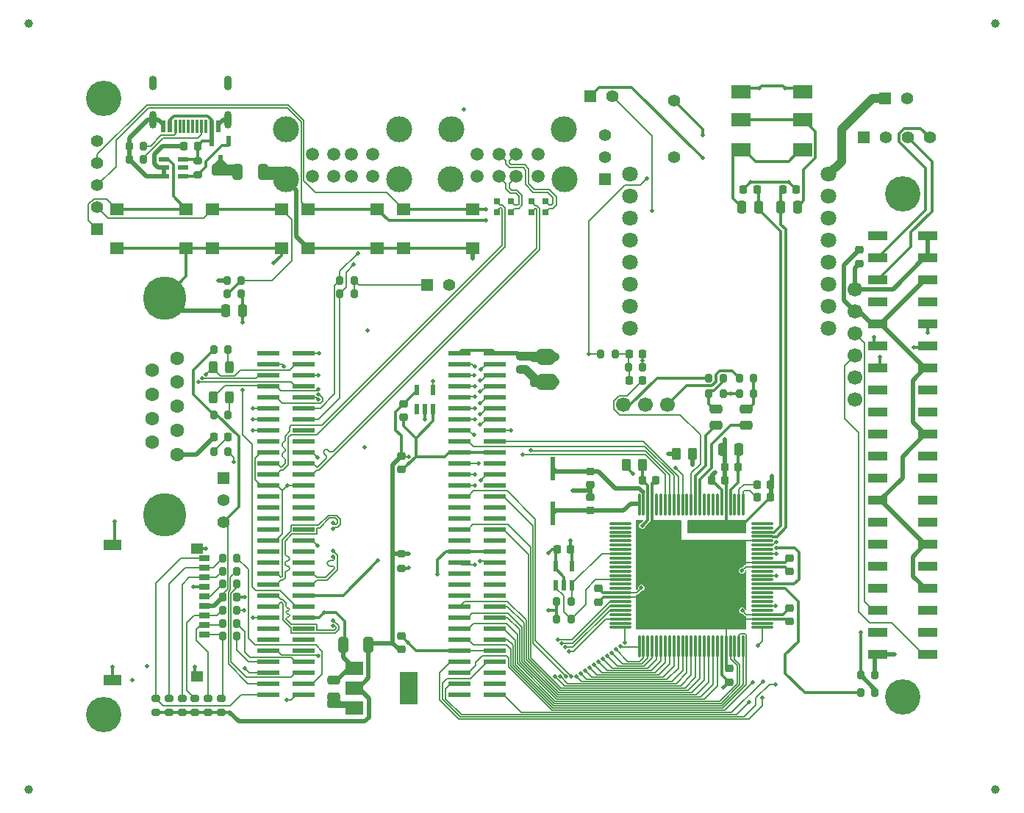
<source format=gtl>
G04 #@! TF.GenerationSoftware,KiCad,Pcbnew,(6.99.0-5015-g618347ef50)*
G04 #@! TF.CreationDate,2023-01-08T20:33:57+01:00*
G04 #@! TF.ProjectId,TinyLlama,54696e79-4c6c-4616-9d61-2e6b69636164,2.1*
G04 #@! TF.SameCoordinates,Original*
G04 #@! TF.FileFunction,Copper,L1,Top*
G04 #@! TF.FilePolarity,Positive*
%FSLAX46Y46*%
G04 Gerber Fmt 4.6, Leading zero omitted, Abs format (unit mm)*
G04 Created by KiCad (PCBNEW (6.99.0-5015-g618347ef50)) date 2023-01-08 20:33:57*
%MOMM*%
%LPD*%
G01*
G04 APERTURE LIST*
G04 Aperture macros list*
%AMRoundRect*
0 Rectangle with rounded corners*
0 $1 Rounding radius*
0 $2 $3 $4 $5 $6 $7 $8 $9 X,Y pos of 4 corners*
0 Add a 4 corners polygon primitive as box body*
4,1,4,$2,$3,$4,$5,$6,$7,$8,$9,$2,$3,0*
0 Add four circle primitives for the rounded corners*
1,1,$1+$1,$2,$3*
1,1,$1+$1,$4,$5*
1,1,$1+$1,$6,$7*
1,1,$1+$1,$8,$9*
0 Add four rect primitives between the rounded corners*
20,1,$1+$1,$2,$3,$4,$5,0*
20,1,$1+$1,$4,$5,$6,$7,0*
20,1,$1+$1,$6,$7,$8,$9,0*
20,1,$1+$1,$8,$9,$2,$3,0*%
G04 Aperture macros list end*
G04 #@! TA.AperFunction,SMDPad,CuDef*
%ADD10RoundRect,0.200000X-0.200000X-0.275000X0.200000X-0.275000X0.200000X0.275000X-0.200000X0.275000X0*%
G04 #@! TD*
G04 #@! TA.AperFunction,SMDPad,CuDef*
%ADD11RoundRect,0.225000X0.250000X-0.225000X0.250000X0.225000X-0.250000X0.225000X-0.250000X-0.225000X0*%
G04 #@! TD*
G04 #@! TA.AperFunction,SMDPad,CuDef*
%ADD12RoundRect,0.225000X-0.250000X0.225000X-0.250000X-0.225000X0.250000X-0.225000X0.250000X0.225000X0*%
G04 #@! TD*
G04 #@! TA.AperFunction,ComponentPad*
%ADD13R,1.397000X1.397000*%
G04 #@! TD*
G04 #@! TA.AperFunction,ComponentPad*
%ADD14C,1.397000*%
G04 #@! TD*
G04 #@! TA.AperFunction,SMDPad,CuDef*
%ADD15RoundRect,0.225000X-0.225000X-0.250000X0.225000X-0.250000X0.225000X0.250000X-0.225000X0.250000X0*%
G04 #@! TD*
G04 #@! TA.AperFunction,SMDPad,CuDef*
%ADD16R,2.000000X3.800000*%
G04 #@! TD*
G04 #@! TA.AperFunction,SMDPad,CuDef*
%ADD17R,2.000000X1.500000*%
G04 #@! TD*
G04 #@! TA.AperFunction,ComponentPad*
%ADD18C,1.500000*%
G04 #@! TD*
G04 #@! TA.AperFunction,ComponentPad*
%ADD19C,3.000000*%
G04 #@! TD*
G04 #@! TA.AperFunction,SMDPad,CuDef*
%ADD20RoundRect,0.200000X0.275000X-0.200000X0.275000X0.200000X-0.275000X0.200000X-0.275000X-0.200000X0*%
G04 #@! TD*
G04 #@! TA.AperFunction,SMDPad,CuDef*
%ADD21RoundRect,0.200000X0.200000X0.275000X-0.200000X0.275000X-0.200000X-0.275000X0.200000X-0.275000X0*%
G04 #@! TD*
G04 #@! TA.AperFunction,SMDPad,CuDef*
%ADD22RoundRect,0.250000X-0.262500X-0.450000X0.262500X-0.450000X0.262500X0.450000X-0.262500X0.450000X0*%
G04 #@! TD*
G04 #@! TA.AperFunction,SMDPad,CuDef*
%ADD23RoundRect,0.250000X0.475000X-0.250000X0.475000X0.250000X-0.475000X0.250000X-0.475000X-0.250000X0*%
G04 #@! TD*
G04 #@! TA.AperFunction,ComponentPad*
%ADD24C,4.064000*%
G04 #@! TD*
G04 #@! TA.AperFunction,SMDPad,CuDef*
%ADD25R,1.300000X0.700000*%
G04 #@! TD*
G04 #@! TA.AperFunction,SMDPad,CuDef*
%ADD26R,2.000000X1.200000*%
G04 #@! TD*
G04 #@! TA.AperFunction,SMDPad,CuDef*
%ADD27R,1.400000X1.200000*%
G04 #@! TD*
G04 #@! TA.AperFunction,SMDPad,CuDef*
%ADD28R,0.600000X1.440000*%
G04 #@! TD*
G04 #@! TA.AperFunction,SMDPad,CuDef*
%ADD29R,0.300000X1.500000*%
G04 #@! TD*
G04 #@! TA.AperFunction,ComponentPad*
%ADD30O,0.900000X2.000000*%
G04 #@! TD*
G04 #@! TA.AperFunction,ComponentPad*
%ADD31O,0.900000X1.700000*%
G04 #@! TD*
G04 #@! TA.AperFunction,SMDPad,CuDef*
%ADD32RoundRect,0.075000X-1.162500X-0.075000X1.162500X-0.075000X1.162500X0.075000X-1.162500X0.075000X0*%
G04 #@! TD*
G04 #@! TA.AperFunction,SMDPad,CuDef*
%ADD33RoundRect,0.075000X-0.075000X-1.162500X0.075000X-1.162500X0.075000X1.162500X-0.075000X1.162500X0*%
G04 #@! TD*
G04 #@! TA.AperFunction,SMDPad,CuDef*
%ADD34RoundRect,0.250000X0.325000X0.650000X-0.325000X0.650000X-0.325000X-0.650000X0.325000X-0.650000X0*%
G04 #@! TD*
G04 #@! TA.AperFunction,SMDPad,CuDef*
%ADD35C,1.000000*%
G04 #@! TD*
G04 #@! TA.AperFunction,SMDPad,CuDef*
%ADD36R,0.600000X1.200000*%
G04 #@! TD*
G04 #@! TA.AperFunction,SMDPad,CuDef*
%ADD37RoundRect,0.225000X0.225000X0.250000X-0.225000X0.250000X-0.225000X-0.250000X0.225000X-0.250000X0*%
G04 #@! TD*
G04 #@! TA.AperFunction,SMDPad,CuDef*
%ADD38R,2.600000X0.630000*%
G04 #@! TD*
G04 #@! TA.AperFunction,SMDPad,CuDef*
%ADD39R,0.700000X0.700000*%
G04 #@! TD*
G04 #@! TA.AperFunction,SMDPad,CuDef*
%ADD40R,1.600000X1.400000*%
G04 #@! TD*
G04 #@! TA.AperFunction,SMDPad,CuDef*
%ADD41RoundRect,0.250000X0.250000X0.475000X-0.250000X0.475000X-0.250000X-0.475000X0.250000X-0.475000X0*%
G04 #@! TD*
G04 #@! TA.AperFunction,SMDPad,CuDef*
%ADD42RoundRect,0.250000X-0.650000X0.325000X-0.650000X-0.325000X0.650000X-0.325000X0.650000X0.325000X0*%
G04 #@! TD*
G04 #@! TA.AperFunction,SMDPad,CuDef*
%ADD43R,0.600000X2.800000*%
G04 #@! TD*
G04 #@! TA.AperFunction,SMDPad,CuDef*
%ADD44RoundRect,0.250000X-0.250000X-0.475000X0.250000X-0.475000X0.250000X0.475000X-0.250000X0.475000X0*%
G04 #@! TD*
G04 #@! TA.AperFunction,SMDPad,CuDef*
%ADD45RoundRect,0.218750X-0.218750X-0.256250X0.218750X-0.256250X0.218750X0.256250X-0.218750X0.256250X0*%
G04 #@! TD*
G04 #@! TA.AperFunction,SMDPad,CuDef*
%ADD46R,2.300000X1.020000*%
G04 #@! TD*
G04 #@! TA.AperFunction,ComponentPad*
%ADD47C,1.700000*%
G04 #@! TD*
G04 #@! TA.AperFunction,SMDPad,CuDef*
%ADD48RoundRect,0.243750X-0.243750X-0.456250X0.243750X-0.456250X0.243750X0.456250X-0.243750X0.456250X0*%
G04 #@! TD*
G04 #@! TA.AperFunction,SMDPad,CuDef*
%ADD49R,1.200000X0.600000*%
G04 #@! TD*
G04 #@! TA.AperFunction,ComponentPad*
%ADD50C,1.600000*%
G04 #@! TD*
G04 #@! TA.AperFunction,ComponentPad*
%ADD51C,5.000000*%
G04 #@! TD*
G04 #@! TA.AperFunction,SMDPad,CuDef*
%ADD52R,2.200000X1.600000*%
G04 #@! TD*
G04 #@! TA.AperFunction,SMDPad,CuDef*
%ADD53RoundRect,0.250000X-0.325000X-0.650000X0.325000X-0.650000X0.325000X0.650000X-0.325000X0.650000X0*%
G04 #@! TD*
G04 #@! TA.AperFunction,ComponentPad*
%ADD54C,1.800000*%
G04 #@! TD*
G04 #@! TA.AperFunction,ViaPad*
%ADD55C,0.460000*%
G04 #@! TD*
G04 #@! TA.AperFunction,Conductor*
%ADD56C,0.500000*%
G04 #@! TD*
G04 #@! TA.AperFunction,Conductor*
%ADD57C,0.360000*%
G04 #@! TD*
G04 #@! TA.AperFunction,Conductor*
%ADD58C,0.180000*%
G04 #@! TD*
G04 #@! TA.AperFunction,Conductor*
%ADD59C,0.127000*%
G04 #@! TD*
G04 #@! TA.AperFunction,Conductor*
%ADD60C,0.152400*%
G04 #@! TD*
G04 #@! TA.AperFunction,Conductor*
%ADD61C,0.300000*%
G04 #@! TD*
G04 #@! TA.AperFunction,Conductor*
%ADD62C,1.000000*%
G04 #@! TD*
G04 APERTURE END LIST*
D10*
X40675001Y-81500012D03*
X42325001Y-81500012D03*
D11*
X83000000Y-71525000D03*
X83000000Y-69975000D03*
D12*
X83000000Y-72975000D03*
X83000000Y-74525000D03*
D13*
X82999999Y-26749999D03*
D14*
X85540000Y-26750000D03*
D13*
X84749999Y-36329999D03*
D14*
X84750000Y-33790000D03*
X84750000Y-31250000D03*
D15*
X36225000Y-32500000D03*
X37775000Y-32500000D03*
D16*
X62149999Y-94999999D03*
D17*
X55849999Y-92699999D03*
X55849999Y-94999999D03*
X55849999Y-97299999D03*
D10*
X114175000Y-95500000D03*
X115825000Y-95500000D03*
D12*
X99000000Y-92725000D03*
X99000000Y-94275000D03*
D18*
X77000000Y-36000000D03*
X74500000Y-36000000D03*
X72500000Y-36000000D03*
X70000000Y-36000000D03*
X77000000Y-33400000D03*
X74500000Y-33400000D03*
X72500000Y-33400000D03*
X70000000Y-33400000D03*
D19*
X80050000Y-36350000D03*
X80000000Y-30550000D03*
X67000000Y-30550000D03*
X66950000Y-36350000D03*
D20*
X40500000Y-97825006D03*
X40500000Y-96175006D03*
D10*
X40675001Y-79999990D03*
X42325001Y-79999990D03*
D21*
X80825000Y-87000000D03*
X79175000Y-87000000D03*
D20*
X37800000Y-35825000D03*
X37800000Y-34175000D03*
D22*
X92940000Y-68000000D03*
X94765000Y-68000000D03*
D13*
X116999999Y-26999999D03*
D14*
X119540000Y-27000000D03*
D23*
X97500000Y-64700000D03*
X97500000Y-62800000D03*
D15*
X105175000Y-37500000D03*
X106725000Y-37500000D03*
D24*
X119000000Y-96000000D03*
D11*
X61249989Y-90525008D03*
X61249989Y-88975008D03*
D25*
X38549999Y-88819999D03*
X38549999Y-87719999D03*
X38549999Y-86619999D03*
X38549999Y-85519999D03*
X38549999Y-84419999D03*
X38549999Y-83319999D03*
X38549999Y-82219999D03*
X38549999Y-81119999D03*
X38549999Y-80019999D03*
D26*
X27999999Y-78499999D03*
D27*
X37699999Y-78919999D03*
X37699999Y-93599999D03*
D26*
X27999999Y-94019999D03*
D10*
X54175000Y-49500000D03*
X55825000Y-49500000D03*
D28*
X40199999Y-30209999D03*
X39399999Y-30209999D03*
D29*
X38249999Y-30179999D03*
X37249999Y-30179999D03*
X36749999Y-30179999D03*
X35749999Y-30179999D03*
D28*
X34599999Y-30209999D03*
X33799999Y-30209999D03*
D29*
X35249999Y-30179999D03*
X36249999Y-30179999D03*
X37749999Y-30179999D03*
X38749999Y-30179999D03*
D30*
X41324999Y-29429999D03*
D31*
X41324999Y-25249999D03*
D30*
X32674999Y-29429999D03*
D31*
X32674999Y-25249999D03*
D21*
X101824998Y-61000002D03*
X100174998Y-61000002D03*
D13*
X40749999Y-70749989D03*
D14*
X40750000Y-73289990D03*
X40750000Y-75829990D03*
D20*
X35999999Y-97825006D03*
X35999999Y-96175006D03*
D10*
X40675001Y-88999997D03*
X42325001Y-88999997D03*
D13*
X26249999Y-42079999D03*
D14*
X26250000Y-39540000D03*
X26250000Y-37000000D03*
X26250000Y-34460000D03*
X26250000Y-31920000D03*
D32*
X86499995Y-76000011D03*
X86499995Y-76500011D03*
X86499995Y-77000011D03*
X86499995Y-77500011D03*
X86499995Y-78000011D03*
X86499995Y-78500011D03*
X86499995Y-79000011D03*
X86499995Y-79500011D03*
X86499995Y-80000011D03*
X86499995Y-80500011D03*
X86499995Y-81000011D03*
X86499995Y-81500011D03*
X86499995Y-82000011D03*
X86499995Y-82500011D03*
X86499995Y-83000011D03*
X86499995Y-83500011D03*
X86499995Y-84000011D03*
X86499995Y-84500011D03*
X86499995Y-85000011D03*
X86499995Y-85500011D03*
X86499995Y-86000011D03*
X86499995Y-86500011D03*
X86499995Y-87000011D03*
X86499995Y-87500011D03*
X86499995Y-88000011D03*
D33*
X88662495Y-90162511D03*
X89162495Y-90162511D03*
X89662495Y-90162511D03*
X90162495Y-90162511D03*
X90662495Y-90162511D03*
X91162495Y-90162511D03*
X91662495Y-90162511D03*
X92162495Y-90162511D03*
X92662495Y-90162511D03*
X93162495Y-90162511D03*
X93662495Y-90162511D03*
X94162495Y-90162511D03*
X94662495Y-90162511D03*
X95162495Y-90162511D03*
X95662495Y-90162511D03*
X96162495Y-90162511D03*
X96662495Y-90162511D03*
X97162495Y-90162511D03*
X97662495Y-90162511D03*
X98162495Y-90162511D03*
X98662495Y-90162511D03*
X99162495Y-90162511D03*
X99662495Y-90162511D03*
X100162495Y-90162511D03*
X100662495Y-90162511D03*
D32*
X102824995Y-88000011D03*
X102824995Y-87500011D03*
X102824995Y-87000011D03*
X102824995Y-86500011D03*
X102824995Y-86000011D03*
X102824995Y-85500011D03*
X102824995Y-85000011D03*
X102824995Y-84500011D03*
X102824995Y-84000011D03*
X102824995Y-83500011D03*
X102824995Y-83000011D03*
X102824995Y-82500011D03*
X102824995Y-82000011D03*
X102824995Y-81500011D03*
X102824995Y-81000011D03*
X102824995Y-80500011D03*
X102824995Y-80000011D03*
X102824995Y-79500011D03*
X102824995Y-79000011D03*
X102824995Y-78500011D03*
X102824995Y-78000011D03*
X102824995Y-77500011D03*
X102824995Y-77000011D03*
X102824995Y-76500011D03*
X102824995Y-76000011D03*
D33*
X100662495Y-73837511D03*
X100162495Y-73837511D03*
X99662495Y-73837511D03*
X99162495Y-73837511D03*
X98662495Y-73837511D03*
X98162495Y-73837511D03*
X97662495Y-73837511D03*
X97162495Y-73837511D03*
X96662495Y-73837511D03*
X96162495Y-73837511D03*
X95662495Y-73837511D03*
X95162495Y-73837511D03*
X94662495Y-73837511D03*
X94162495Y-73837511D03*
X93662495Y-73837511D03*
X93162495Y-73837511D03*
X92662495Y-73837511D03*
X92162495Y-73837511D03*
X91662495Y-73837511D03*
X91162495Y-73837511D03*
X90662495Y-73837511D03*
X90162495Y-73837511D03*
X89662495Y-73837511D03*
X89162495Y-73837511D03*
X88662495Y-73837511D03*
D34*
X57500006Y-89999995D03*
X54550006Y-89999995D03*
D15*
X102249988Y-73000004D03*
X103799988Y-73000004D03*
D35*
X129650000Y-106650000D03*
D36*
X41349999Y-31951499D03*
X40399999Y-34151499D03*
X39449999Y-31951499D03*
D37*
X102225000Y-37500000D03*
X100675000Y-37500000D03*
D24*
X27000000Y-27000000D03*
D37*
X89025000Y-59500000D03*
X87475000Y-59500000D03*
D21*
X31575000Y-32500000D03*
X29925000Y-32500000D03*
D12*
X75000000Y-56725000D03*
X75000000Y-58275000D03*
X114000000Y-44475000D03*
X114000000Y-46025000D03*
D36*
X79049989Y-83100010D03*
X79999989Y-83100010D03*
X80949989Y-83100010D03*
X80949989Y-80900010D03*
X79049989Y-80900010D03*
D38*
X45949999Y-56364999D03*
X50049999Y-56364999D03*
X45949999Y-57634999D03*
X50049999Y-57634999D03*
X45949999Y-58904999D03*
X50049999Y-58904999D03*
X45949999Y-60174999D03*
X50049999Y-60174999D03*
X45949999Y-61444999D03*
X50049999Y-61444999D03*
X45949999Y-62714999D03*
X50049999Y-62714999D03*
X45949999Y-63984999D03*
X50049999Y-63984999D03*
X45949999Y-65254999D03*
X50049999Y-65254999D03*
X45949999Y-66524999D03*
X50049999Y-66524999D03*
X45949999Y-67794999D03*
X50049999Y-67794999D03*
X45949999Y-69064999D03*
X50049999Y-69064999D03*
X45949999Y-70334999D03*
X50049999Y-70334999D03*
X45949999Y-71604999D03*
X50049999Y-71604999D03*
X45949999Y-72874999D03*
X50049999Y-72874999D03*
X45949999Y-74144999D03*
X50049999Y-74144999D03*
X45949999Y-75414999D03*
X50049999Y-75414999D03*
X45949999Y-76684999D03*
X50049999Y-76684999D03*
X45949999Y-77954999D03*
X50049999Y-77954999D03*
X45949999Y-79224999D03*
X50049999Y-79224999D03*
X45949999Y-80494999D03*
X50049999Y-80494999D03*
X45949999Y-81764999D03*
X50049999Y-81764999D03*
X45949999Y-83034999D03*
X50049999Y-83034999D03*
X45949999Y-84304999D03*
X50049999Y-84304999D03*
X45949999Y-85574999D03*
X50049999Y-85574999D03*
X45949999Y-86844999D03*
X50049999Y-86844999D03*
X45949999Y-88114999D03*
X50049999Y-88114999D03*
X45949999Y-89384999D03*
X50049999Y-89384999D03*
X45949999Y-90654999D03*
X50049999Y-90654999D03*
X45949999Y-91924999D03*
X50049999Y-91924999D03*
X45949999Y-93194999D03*
X50049999Y-93194999D03*
X45949999Y-94464999D03*
X50049999Y-94464999D03*
X45949999Y-95734999D03*
X50049999Y-95734999D03*
X67949999Y-56364999D03*
X72049999Y-56364999D03*
X67949999Y-57634999D03*
X72049999Y-57634999D03*
X67949999Y-58904999D03*
X72049999Y-58904999D03*
X67949999Y-60174999D03*
X72049999Y-60174999D03*
X67949999Y-61444999D03*
X72049999Y-61444999D03*
X67949999Y-62714999D03*
X72049999Y-62714999D03*
X67949999Y-63984999D03*
X72049999Y-63984999D03*
X67949999Y-65254999D03*
X72049999Y-65254999D03*
X67949999Y-66524999D03*
X72049999Y-66524999D03*
X67949999Y-67794999D03*
X72049999Y-67804999D03*
X67949999Y-69064999D03*
X72049999Y-69064999D03*
X67949999Y-70334999D03*
X72049999Y-70334999D03*
X67949999Y-71604999D03*
X72049999Y-71604999D03*
X67949999Y-72874999D03*
X72049999Y-72874999D03*
X67949999Y-74144999D03*
X72049999Y-74144999D03*
X67949999Y-75414999D03*
X72049999Y-75414999D03*
X67949999Y-76684999D03*
X72049999Y-76684999D03*
X67949999Y-77954999D03*
X72049999Y-77954999D03*
X67949999Y-79224999D03*
X72049999Y-79224999D03*
X67949999Y-80494999D03*
X72049999Y-80494999D03*
X67949999Y-81764999D03*
X72049999Y-81764999D03*
X67949999Y-83034999D03*
X72049999Y-83034999D03*
X67949999Y-84304999D03*
X72049999Y-84304999D03*
X67949999Y-85574999D03*
X72049999Y-85574999D03*
X67949999Y-86844999D03*
X72049999Y-86844999D03*
X67949999Y-88114999D03*
X72049999Y-88114999D03*
X67949999Y-89384999D03*
X72049999Y-89384999D03*
X67949999Y-90654999D03*
X72049999Y-90654999D03*
X67949999Y-91924999D03*
X72049999Y-91924999D03*
X67949999Y-93194999D03*
X72049999Y-93194999D03*
X67949999Y-94464999D03*
X72049999Y-94464999D03*
X67949999Y-95734999D03*
X72049999Y-95734999D03*
D39*
X73849999Y-40136500D03*
X72249999Y-40136500D03*
X72249999Y-38836500D03*
X73849999Y-38836500D03*
D13*
X114499999Y-31499999D03*
D14*
X117040000Y-31500000D03*
X119580000Y-31500000D03*
X122120000Y-31500000D03*
D24*
X119000000Y-38000000D03*
D21*
X41325000Y-67750000D03*
X39675000Y-67750000D03*
D39*
X77849999Y-40136500D03*
X76249999Y-40136500D03*
X76249999Y-38836500D03*
X77849999Y-38836500D03*
D40*
X39499999Y-44249999D03*
X47499999Y-44249999D03*
X39499999Y-39749999D03*
X47499999Y-39749999D03*
D12*
X61249989Y-68225012D03*
X61249989Y-69775012D03*
D41*
X42950000Y-51500000D03*
X41050000Y-51500000D03*
D10*
X40675001Y-86000003D03*
X42325001Y-86000003D03*
D20*
X37500001Y-97825006D03*
X37500001Y-96175006D03*
X39000000Y-97825006D03*
X39000000Y-96175006D03*
D11*
X106000000Y-87275000D03*
X106000000Y-85725000D03*
D15*
X97000000Y-71000000D03*
X98550000Y-71000000D03*
D10*
X84224992Y-56500000D03*
X85874992Y-56500000D03*
D37*
X80775000Y-78999992D03*
X79225000Y-78999992D03*
D23*
X101000000Y-64700000D03*
X101000000Y-62800000D03*
D18*
X58000000Y-36000000D03*
X55500000Y-36000000D03*
X53500000Y-36000000D03*
X51000000Y-36000000D03*
X58000000Y-33400000D03*
X55500000Y-33400000D03*
X53500000Y-33400000D03*
X51000000Y-33400000D03*
D19*
X61050000Y-36350000D03*
X61000000Y-30550000D03*
X48000000Y-30550000D03*
X47950000Y-36350000D03*
D11*
X84000007Y-85049987D03*
X84000007Y-83499987D03*
D22*
X87175000Y-69250000D03*
X89000000Y-69250000D03*
D42*
X77000000Y-56775000D03*
X77000000Y-59725000D03*
D43*
X78749999Y-69674999D03*
X78749999Y-74824999D03*
D10*
X40675001Y-83000009D03*
X42325001Y-83000009D03*
D12*
X61500000Y-62225000D03*
X61500000Y-63775000D03*
D10*
X96675005Y-61000002D03*
X98325005Y-61000002D03*
X100174998Y-59249993D03*
X101824998Y-59249993D03*
D15*
X40725001Y-84500006D03*
X42275001Y-84500006D03*
D40*
X28499999Y-44249999D03*
X36499999Y-44249999D03*
X28499999Y-39749999D03*
X36499999Y-39749999D03*
D35*
X129650000Y-18350000D03*
D10*
X39675000Y-63500000D03*
X41325000Y-63500000D03*
X39675000Y-56000000D03*
X41325000Y-56000000D03*
D44*
X105000000Y-39500000D03*
X106900000Y-39500000D03*
D35*
X18350000Y-106650000D03*
D45*
X39712500Y-66000000D03*
X41287500Y-66000000D03*
D20*
X61249989Y-81166493D03*
X61249989Y-79516493D03*
D23*
X53499992Y-95999998D03*
X53499992Y-94099998D03*
D12*
X106000000Y-79993000D03*
X106000000Y-81543000D03*
D46*
X116099999Y-42869999D03*
X121899999Y-42869999D03*
X116099999Y-45409999D03*
X121899999Y-45409999D03*
X116099999Y-47949999D03*
X121899999Y-47949999D03*
X116099999Y-50489999D03*
X121899999Y-50489999D03*
X116099999Y-53029999D03*
X121899999Y-53029999D03*
X116099999Y-55569999D03*
X121899999Y-55569999D03*
X116099999Y-58109999D03*
X121899999Y-58109999D03*
X116099999Y-60649999D03*
X121899999Y-60649999D03*
X116099999Y-63189999D03*
X121899999Y-63189999D03*
X116099999Y-65729999D03*
X121899999Y-65729999D03*
X116099999Y-68269999D03*
X121899999Y-68269999D03*
X116099999Y-70809999D03*
X121899999Y-70809999D03*
X116099999Y-73349999D03*
X121899999Y-73349999D03*
X116099999Y-75889999D03*
X121899999Y-75889999D03*
X116099999Y-78429999D03*
X121899999Y-78429999D03*
X116099999Y-80969999D03*
X121899999Y-80969999D03*
X116099999Y-83509999D03*
X121899999Y-83509999D03*
X116099999Y-86049999D03*
X121899999Y-86049999D03*
X116099999Y-88589999D03*
X121899999Y-88589999D03*
X116099999Y-91129999D03*
X121899999Y-91129999D03*
D47*
X113500000Y-61700000D03*
X113500000Y-59160000D03*
X113500000Y-56620000D03*
X113500000Y-54080000D03*
X113500000Y-51540000D03*
X113500000Y-49000000D03*
X86830000Y-62335000D03*
X89370000Y-62335000D03*
X91910000Y-62335000D03*
D48*
X39562500Y-61500000D03*
X41437500Y-61500000D03*
D10*
X40675001Y-87500000D03*
X42325001Y-87500000D03*
D13*
X64249999Y-48499999D03*
D14*
X66790000Y-48500000D03*
D37*
X90550000Y-71000000D03*
X89000000Y-71000000D03*
D48*
X39625000Y-58000000D03*
X41500000Y-58000000D03*
D35*
X18350000Y-18350000D03*
D41*
X100150000Y-67500000D03*
X98250000Y-67500000D03*
D49*
X33899999Y-34049999D03*
X33899999Y-34999999D03*
X33899999Y-35949999D03*
X36099999Y-35949999D03*
X36099999Y-34999999D03*
X36099999Y-34049999D03*
D10*
X96675005Y-59249993D03*
X98325005Y-59249993D03*
D40*
X50499999Y-44249999D03*
X58499999Y-44249999D03*
X50499999Y-39749999D03*
X58499999Y-39749999D03*
D21*
X31575000Y-34000000D03*
X29925000Y-34000000D03*
D20*
X33000000Y-97825006D03*
X33000000Y-96175006D03*
D50*
X35420000Y-56955000D03*
X35420000Y-59725000D03*
X35420000Y-62495000D03*
X35420000Y-65265000D03*
X35420000Y-68035000D03*
X32580000Y-58340000D03*
X32580000Y-61110000D03*
X32580000Y-63880000D03*
X32580000Y-66650000D03*
D51*
X34000000Y-74990000D03*
X34000000Y-50000000D03*
D52*
X100399999Y-29449999D03*
X107499999Y-29449999D03*
X100399999Y-26249999D03*
X107499999Y-26249999D03*
X100399999Y-32949999D03*
X107499999Y-32949999D03*
D10*
X54175000Y-48000000D03*
X55825000Y-48000000D03*
X114175000Y-93500000D03*
X115825000Y-93500000D03*
D15*
X87475000Y-56500000D03*
X89025000Y-56500000D03*
D37*
X100050000Y-69500000D03*
X98500000Y-69500000D03*
D21*
X42825000Y-49500000D03*
X41175000Y-49500000D03*
D10*
X41175000Y-48000000D03*
X42825000Y-48000000D03*
D14*
X92700000Y-33751200D03*
X92700000Y-27248800D03*
D41*
X102400000Y-39500000D03*
X100500000Y-39500000D03*
D15*
X102249988Y-71500007D03*
X103799988Y-71500007D03*
D24*
X27000000Y-98000000D03*
D20*
X34499999Y-97825006D03*
X34499999Y-96175006D03*
D53*
X42425000Y-35500000D03*
X45375000Y-35500000D03*
D10*
X87425000Y-58000000D03*
X89075000Y-58000000D03*
D21*
X80825000Y-85000004D03*
X79175000Y-85000004D03*
D40*
X61499999Y-44249999D03*
X69499999Y-44249999D03*
X61499999Y-39749999D03*
X69499999Y-39749999D03*
D36*
X63049999Y-62849999D03*
X63999999Y-62849999D03*
X64949999Y-62849999D03*
X64949999Y-60649999D03*
X63049999Y-60649999D03*
D54*
X87640000Y-53530000D03*
X87640000Y-50990000D03*
X87640000Y-48450000D03*
X87640000Y-45910000D03*
X87640000Y-43370000D03*
X87640000Y-40830000D03*
X87640000Y-38290000D03*
X87640000Y-35750000D03*
X110500000Y-35750000D03*
X110500000Y-38290000D03*
X110500000Y-40830000D03*
X110500000Y-43370000D03*
X110500000Y-45910000D03*
X110500000Y-48450000D03*
X110500000Y-50990000D03*
X110500000Y-53530000D03*
D55*
X92830000Y-69620000D03*
X64950000Y-59640000D03*
X44170000Y-62720000D03*
X89550000Y-36270000D03*
X82880000Y-56480000D03*
X104350000Y-94530000D03*
X101330000Y-96630000D03*
X53392061Y-76631600D03*
X53397401Y-79831600D03*
X53392061Y-75968400D03*
X53397401Y-79168400D03*
X53423980Y-87831600D03*
X58580000Y-80300000D03*
X64000000Y-64000000D03*
X53423980Y-87168400D03*
X42950000Y-52830000D03*
X42950000Y-60610000D03*
X51710000Y-91290000D03*
X43200000Y-92690000D03*
X43190000Y-86030000D03*
X69710000Y-57940000D03*
X86980000Y-89770000D03*
X70430000Y-58270000D03*
X86460000Y-90150000D03*
X85960000Y-90530000D03*
X69690000Y-58900000D03*
X85450000Y-90900000D03*
X70300000Y-59500000D03*
X84960000Y-91265500D03*
X69700000Y-60200000D03*
X84460000Y-91610000D03*
X70300000Y-60800000D03*
X69700000Y-61400000D03*
X83960000Y-91960000D03*
X83460000Y-92300000D03*
X70300000Y-62100000D03*
X82950000Y-92625500D03*
X69700000Y-62700000D03*
X70300000Y-63400000D03*
X82440000Y-92955500D03*
X81940000Y-93320000D03*
X69700000Y-64000000D03*
X81420000Y-93638434D03*
X70300000Y-64600000D03*
X75200000Y-68030000D03*
X69630000Y-65820000D03*
X76165000Y-67575000D03*
X73870000Y-65280000D03*
X96000000Y-31250000D03*
X70150000Y-69070000D03*
X80560000Y-90750000D03*
X69750000Y-70330000D03*
X80140000Y-90290000D03*
X70400000Y-71010000D03*
X79720000Y-89830000D03*
X79300000Y-89370000D03*
X69730000Y-71610000D03*
X102350000Y-90050000D03*
X80809996Y-93638443D03*
X104390000Y-85510000D03*
X80200000Y-93638443D03*
X69750000Y-80750000D03*
X78980000Y-93640000D03*
X70310000Y-80310000D03*
X79590000Y-93640000D03*
X41500000Y-97800000D03*
X39705000Y-85520000D03*
X62100000Y-79516500D03*
X60250000Y-89785000D03*
X98360000Y-94930000D03*
X62100000Y-68316500D03*
X62100000Y-81116500D03*
X71000000Y-41040000D03*
X115740000Y-54560000D03*
X71000000Y-39810000D03*
X116370000Y-56770000D03*
X100520000Y-86040000D03*
X88910000Y-83400000D03*
X100510000Y-81440000D03*
X89000000Y-76250000D03*
X94770000Y-69280000D03*
X97400000Y-70090000D03*
X38740000Y-58840000D03*
X51740000Y-60540000D03*
X102890000Y-94190000D03*
X101770000Y-94330000D03*
X120310000Y-55700000D03*
X90150000Y-39920000D03*
X102840000Y-96100000D03*
X121900000Y-54000000D03*
X114170000Y-88580000D03*
X44170000Y-86830000D03*
X37320000Y-83290000D03*
X98500000Y-66250000D03*
X57400000Y-53770000D03*
X98650000Y-87970000D03*
X62040000Y-89750000D03*
X103900000Y-70500000D03*
X99240000Y-61000000D03*
X38760000Y-78910000D03*
X48150000Y-71630000D03*
X62100000Y-69116500D03*
X28000000Y-92500000D03*
X78220000Y-79370000D03*
X51780000Y-56360000D03*
X98662500Y-76000000D03*
X52370000Y-86300000D03*
X65430000Y-81886500D03*
X118100000Y-91100000D03*
X100750000Y-87000000D03*
X37500000Y-92500000D03*
X46580000Y-46010000D03*
X32009521Y-92480479D03*
X90162500Y-76000000D03*
X48020000Y-96340000D03*
X69510000Y-45500000D03*
X100750000Y-76000000D03*
X101525000Y-36650000D03*
X105433521Y-25806479D03*
X79000000Y-59700000D03*
X78400000Y-59300000D03*
X78400000Y-60100000D03*
X51590000Y-78550000D03*
X88750000Y-84500000D03*
X102493521Y-25806479D03*
X51600000Y-68390000D03*
X105875000Y-36650000D03*
X100750000Y-80500000D03*
X57000000Y-67256500D03*
X89040000Y-57250000D03*
X118005000Y-74865000D03*
X43200000Y-84490000D03*
X81020000Y-72230000D03*
X95950000Y-33850000D03*
X28250000Y-75740000D03*
X39700000Y-35600000D03*
X40400000Y-35600000D03*
X68500000Y-28250000D03*
X41100000Y-35600000D03*
X30250000Y-94090000D03*
X87940000Y-70280000D03*
X78400000Y-56400000D03*
X53000000Y-97000000D03*
X41100000Y-34900000D03*
X79000000Y-56800000D03*
X39700000Y-34900000D03*
X80770000Y-78000000D03*
X40400000Y-34900000D03*
X40190000Y-47990000D03*
X78220000Y-85990000D03*
X91970000Y-67990000D03*
X54000000Y-97000000D03*
X78400000Y-57200000D03*
X44190000Y-63985000D03*
X44180000Y-65260000D03*
X56250001Y-44860000D03*
X55795000Y-46145000D03*
X104420000Y-79500000D03*
X104420000Y-82000000D03*
X104420000Y-78100000D03*
X104420000Y-78800000D03*
X47760000Y-57880000D03*
X38310000Y-59240000D03*
X51740000Y-58910000D03*
X37870000Y-59690000D03*
X51740000Y-61150000D03*
X51740000Y-61750000D03*
X41970000Y-68910000D03*
D56*
X79050000Y-69975000D02*
X78750000Y-69675000D01*
X85940000Y-71940000D02*
X83975000Y-69975000D01*
X83000000Y-69975000D02*
X79050000Y-69975000D01*
X88650000Y-71940000D02*
X85940000Y-71940000D01*
X83975000Y-69975000D02*
X83000000Y-69975000D01*
X89100000Y-72390000D02*
X88650000Y-71940000D01*
D57*
X89162495Y-72492495D02*
X89162495Y-72642495D01*
D56*
X83000000Y-74525000D02*
X86875000Y-74525000D01*
X87700000Y-73700000D02*
X88560000Y-73700000D01*
X83000000Y-74525000D02*
X79050000Y-74525000D01*
X86875000Y-74525000D02*
X87700000Y-73700000D01*
X79050000Y-74525000D02*
X78750000Y-74825000D01*
D58*
X100800000Y-72200000D02*
X101362500Y-72200000D01*
X100662500Y-72337500D02*
X100800000Y-72200000D01*
X100662500Y-73837500D02*
X100662500Y-72337500D01*
X101362500Y-72200000D02*
X102162500Y-73000000D01*
X92830000Y-69620000D02*
X93662500Y-70452500D01*
X64950000Y-59640000D02*
X64950000Y-60650000D01*
X93662500Y-70452500D02*
X93662500Y-74337500D01*
X82900000Y-56500000D02*
X82880000Y-56480000D01*
X82880000Y-56480000D02*
X82880000Y-41160000D01*
X44175000Y-62715000D02*
X44170000Y-62720000D01*
X88790000Y-37030000D02*
X89550000Y-36270000D01*
X84224992Y-56500000D02*
X82900000Y-56500000D01*
X82880000Y-41160000D02*
X87010000Y-37030000D01*
X45950000Y-62715000D02*
X44175000Y-62715000D01*
X87010000Y-37030000D02*
X88790000Y-37030000D01*
D59*
X100723501Y-98296499D02*
X102120000Y-96900000D01*
X72050000Y-91925000D02*
X71185000Y-91925000D01*
X103690000Y-94530000D02*
X104350000Y-94530000D01*
X102120000Y-96900000D02*
X102120000Y-96100000D01*
X69260000Y-93850000D02*
X66560000Y-93850000D01*
X102120000Y-96100000D02*
X103690000Y-94530000D01*
X66010000Y-96300000D02*
X68006499Y-98296499D01*
X66010000Y-94400000D02*
X66010000Y-96300000D01*
X71185000Y-91925000D02*
X69260000Y-93850000D01*
X68006499Y-98296499D02*
X100723501Y-98296499D01*
X66560000Y-93850000D02*
X66010000Y-94400000D01*
X99917002Y-98042998D02*
X101330000Y-96630000D01*
X66350000Y-95080000D02*
X66350000Y-96220000D01*
X66965000Y-94465000D02*
X66350000Y-95080000D01*
X68172998Y-98042998D02*
X99917002Y-98042998D01*
X67950000Y-94465000D02*
X66965000Y-94465000D01*
X66350000Y-96220000D02*
X68172998Y-98042998D01*
D60*
X48430000Y-64897600D02*
X48607600Y-64720000D01*
X72872206Y-43966346D02*
X72872206Y-39743648D01*
X47392200Y-69522200D02*
X47496352Y-69522200D01*
X47902200Y-65926352D02*
X48430000Y-65398552D01*
X47708374Y-66616175D02*
X47708375Y-66616175D01*
X48430000Y-65398552D02*
X48430000Y-64897600D01*
X47514549Y-67022350D02*
X47514549Y-66810000D01*
X72872206Y-39743648D02*
X72736358Y-39607800D01*
X47902200Y-67622450D02*
X47902200Y-67410000D01*
X47496352Y-69522200D02*
X47902200Y-69116352D01*
X47514649Y-68222450D02*
X47514649Y-68010000D01*
X45950000Y-69065000D02*
X46935000Y-69065000D01*
X47708425Y-68416225D02*
X47708424Y-68416225D01*
X52118552Y-64720000D02*
X72872206Y-43966346D01*
X47708424Y-67816225D02*
X47708425Y-67816225D01*
X47708375Y-67216175D02*
X47708374Y-67216175D01*
X47902200Y-66422350D02*
X47902200Y-65926352D01*
X72736358Y-39607800D02*
X72652205Y-39607801D01*
X47902200Y-69116352D02*
X47902200Y-68610000D01*
X72652205Y-39607801D02*
X72180006Y-40080000D01*
X48607600Y-64720000D02*
X52118552Y-64720000D01*
X46935000Y-69065000D02*
X47392200Y-69522200D01*
X47708375Y-66616200D02*
G75*
G03*
X47902200Y-66422350I25J193800D01*
G01*
X47708374Y-66616149D02*
G75*
G03*
X47514549Y-66810000I26J-193851D01*
G01*
X47514625Y-67022350D02*
G75*
G03*
X47708374Y-67216175I193775J-50D01*
G01*
X47514675Y-68222450D02*
G75*
G03*
X47708424Y-68416225I193725J-50D01*
G01*
X47902225Y-67410000D02*
G75*
G03*
X47708375Y-67216175I-193825J0D01*
G01*
X47708425Y-67816300D02*
G75*
G03*
X47902200Y-67622450I-25J193800D01*
G01*
X47902175Y-68610000D02*
G75*
G03*
X47708425Y-68416225I-193775J0D01*
G01*
X47708424Y-67816249D02*
G75*
G03*
X47514649Y-68010000I-24J-193751D01*
G01*
X52834112Y-67521317D02*
X53008543Y-67695748D01*
X52584276Y-68120012D02*
X52409846Y-67945582D01*
X51492200Y-69522200D02*
X51606352Y-69522200D01*
X51606352Y-69522200D02*
X52584276Y-68544276D01*
X53432807Y-67695748D02*
X53432806Y-67695747D01*
X76642205Y-39677801D02*
X76170006Y-40150000D01*
X76726358Y-39677800D02*
X76642205Y-39677801D01*
X53432806Y-67695747D02*
X76862206Y-44266346D01*
X50050000Y-69065000D02*
X51035000Y-69065000D01*
X76862206Y-39813648D02*
X76726358Y-39677800D01*
X51035000Y-69065000D02*
X51492200Y-69522200D01*
X76862206Y-44266346D02*
X76862206Y-39813648D01*
X52409846Y-67521318D02*
X52409848Y-67521317D01*
X52584231Y-68544231D02*
G75*
G03*
X52584275Y-68120013I-212131J212131D01*
G01*
X52409896Y-67521368D02*
G75*
G03*
X52409846Y-67945582I212104J-212132D01*
G01*
X53008544Y-67695747D02*
G75*
G03*
X53432806Y-67695747I212131J212131D01*
G01*
X52834111Y-67521318D02*
G75*
G03*
X52409849Y-67521318I-212131J-212131D01*
G01*
X72652205Y-39252199D02*
X72180006Y-38780000D01*
X47392200Y-69877800D02*
X47643648Y-69877800D01*
X72883654Y-39252200D02*
X72652205Y-39252199D01*
X45950000Y-70335000D02*
X46935000Y-70335000D01*
X51561448Y-65780000D02*
X73227806Y-44113642D01*
X73227806Y-44113642D02*
X73227806Y-39596352D01*
X47643648Y-69877800D02*
X48257800Y-69263648D01*
X46935000Y-70335000D02*
X47392200Y-69877800D01*
X48551448Y-65780000D02*
X51561448Y-65780000D01*
X48257800Y-69263648D02*
X48257800Y-66073648D01*
X73227806Y-39596352D02*
X72883654Y-39252200D01*
X48257800Y-66073648D02*
X48551448Y-65780000D01*
X76873654Y-39322200D02*
X76642205Y-39322199D01*
X76642205Y-39322199D02*
X76170006Y-38850000D01*
X51035000Y-70335000D02*
X51492200Y-69877800D01*
X51753648Y-69877800D02*
X77217806Y-44413642D01*
X51492200Y-69877800D02*
X51753648Y-69877800D01*
X77217806Y-39666352D02*
X76873654Y-39322200D01*
X77217806Y-44413642D02*
X77217806Y-39666352D01*
X50050000Y-70335000D02*
X51035000Y-70335000D01*
D58*
X100162500Y-72037500D02*
X100700000Y-71500000D01*
X100700000Y-71500000D02*
X102162500Y-71500000D01*
X100162500Y-73837500D02*
X100162500Y-72037500D01*
D57*
X102400000Y-39500000D02*
X102400000Y-37675000D01*
X102400000Y-37675000D02*
X102225000Y-37500000D01*
X102400000Y-39820000D02*
X104920000Y-42340000D01*
X102400000Y-39500000D02*
X102400000Y-39820000D01*
X104920000Y-76310000D02*
X104229989Y-77000011D01*
X104229989Y-77000011D02*
X104040000Y-77000011D01*
X104920000Y-42340000D02*
X104920000Y-76310000D01*
X105000000Y-41550000D02*
X105000000Y-39500000D01*
X104500000Y-77510000D02*
X105530000Y-76480000D01*
X105000000Y-37675000D02*
X105175000Y-37500000D01*
X105000000Y-39500000D02*
X105000000Y-37675000D01*
X105530000Y-42080000D02*
X105000000Y-41550000D01*
X105530000Y-76480000D02*
X105530000Y-42080000D01*
X104050000Y-77510000D02*
X104500000Y-77510000D01*
D58*
X99160000Y-72600000D02*
X99160000Y-73835016D01*
D57*
X100050000Y-69500000D02*
X100050000Y-71270000D01*
X99160000Y-72160000D02*
X99160000Y-72600000D01*
X100050000Y-71270000D02*
X99160000Y-72160000D01*
D58*
X99160000Y-73835016D02*
X99162495Y-73837511D01*
D57*
X100050000Y-69500000D02*
X100050000Y-67600000D01*
D58*
X94662500Y-74337500D02*
X94662500Y-70197500D01*
X95730000Y-65800000D02*
X93400000Y-63470000D01*
X93400000Y-63470000D02*
X86420000Y-63470000D01*
X87265000Y-61260000D02*
X89025000Y-59500000D01*
X95730000Y-69130000D02*
X95730000Y-65800000D01*
X85740000Y-61890000D02*
X86370000Y-61260000D01*
X86370000Y-61260000D02*
X87265000Y-61260000D01*
X85740000Y-62790000D02*
X85740000Y-61890000D01*
X94662500Y-70197500D02*
X95730000Y-69130000D01*
X86420000Y-63470000D02*
X85740000Y-62790000D01*
D59*
X52851612Y-75054900D02*
X51726512Y-76180000D01*
X47534900Y-82111612D02*
X47411612Y-82234900D01*
X46935000Y-81765000D02*
X45950000Y-81765000D01*
X47404900Y-82234900D02*
X46935000Y-81765000D01*
X53808388Y-75054900D02*
X52851612Y-75054900D01*
X54245100Y-76098388D02*
X54245100Y-75491612D01*
X53878388Y-76465100D02*
X54245100Y-76098388D01*
X48550000Y-76180000D02*
X48550000Y-76867808D01*
X51726512Y-76180000D02*
X48550000Y-76180000D01*
X54245100Y-75491612D02*
X53808388Y-75054900D01*
X48550000Y-76867808D02*
X47534900Y-77882908D01*
X47534900Y-77882908D02*
X47534900Y-82111612D01*
X53558561Y-76465100D02*
X53878388Y-76465100D01*
X53392061Y-76631600D02*
X53558561Y-76465100D01*
X47411612Y-82234900D02*
X47404900Y-82234900D01*
X53604900Y-79992412D02*
X53604900Y-79942412D01*
X53032014Y-80297212D02*
X53300100Y-80297212D01*
X53593627Y-79831600D02*
X53397401Y-79831600D01*
X51035000Y-81765000D02*
X51504900Y-82234900D01*
X51504900Y-82234900D02*
X52581612Y-82234900D01*
X50050000Y-81765000D02*
X51035000Y-81765000D01*
X53604900Y-79942412D02*
X53604900Y-79842873D01*
X52581612Y-82234900D02*
X53604900Y-81211612D01*
X53604900Y-79842873D02*
X53593627Y-79831600D01*
X53300100Y-80906812D02*
X53032014Y-80906812D01*
X53300100Y-80297200D02*
G75*
G03*
X53604900Y-79992412I0J304800D01*
G01*
X53604888Y-81211612D02*
G75*
G03*
X53300100Y-80906812I-304788J12D01*
G01*
X52727188Y-80602012D02*
G75*
G03*
X53032014Y-80906812I304812J12D01*
G01*
X53032014Y-80297214D02*
G75*
G03*
X52727214Y-80602012I-14J-304786D01*
G01*
X47404900Y-82565100D02*
X47548388Y-82565100D01*
X52988388Y-75385100D02*
X53671612Y-75385100D01*
X47548388Y-82565100D02*
X47865100Y-82248388D01*
X48375876Y-81204124D02*
X48375876Y-81155300D01*
X53558561Y-76134900D02*
X53392061Y-75968400D01*
X46935000Y-83035000D02*
X47404900Y-82565100D01*
X53914900Y-75961612D02*
X53741612Y-76134900D01*
X47865100Y-79476500D02*
X47865100Y-78019684D01*
X48375876Y-80084924D02*
X48375876Y-80036100D01*
X51550000Y-76535100D02*
X51838388Y-76535100D01*
X47865100Y-82248388D02*
X47865100Y-81714900D01*
X48694784Y-77190000D02*
X51550000Y-77190000D01*
X47865100Y-78019684D02*
X48694784Y-77190000D01*
X53671612Y-75385100D02*
X53914900Y-75628388D01*
X45950000Y-83035000D02*
X46935000Y-83035000D01*
X47865100Y-80644524D02*
X47865100Y-80595700D01*
X51550000Y-77190000D02*
X51550000Y-76535100D01*
X51838388Y-76535100D02*
X52988388Y-75385100D01*
X53914900Y-75628388D02*
X53914900Y-75961612D01*
X53741612Y-76134900D02*
X53558561Y-76134900D01*
X47865100Y-79525324D02*
X47865100Y-79476500D01*
X48375888Y-80036100D02*
G75*
G03*
X48120488Y-79780712I-255388J0D01*
G01*
X48120488Y-81459500D02*
G75*
G03*
X47865100Y-81714900I12J-255400D01*
G01*
X47865088Y-80644524D02*
G75*
G03*
X48120488Y-80899912I255412J24D01*
G01*
X48120488Y-81459476D02*
G75*
G03*
X48375876Y-81204124I12J255376D01*
G01*
X48375888Y-81155300D02*
G75*
G03*
X48120488Y-80899912I-255388J0D01*
G01*
X48120488Y-80340300D02*
G75*
G03*
X47865100Y-80595700I12J-255400D01*
G01*
X47865088Y-79525324D02*
G75*
G03*
X48120488Y-79780712I255412J24D01*
G01*
X48120488Y-80340276D02*
G75*
G03*
X48375876Y-80084924I12J255376D01*
G01*
X53935100Y-79706099D02*
X53397401Y-79168400D01*
X51035000Y-83035000D02*
X51504900Y-82565100D01*
X50050000Y-83035000D02*
X51035000Y-83035000D01*
X53935100Y-81348388D02*
X53935100Y-79706099D01*
X52718388Y-82565100D02*
X53935100Y-81348388D01*
X51504900Y-82565100D02*
X52718388Y-82565100D01*
X53561612Y-88274900D02*
X53744900Y-88091612D01*
X47975100Y-86991612D02*
X48583488Y-87600000D01*
X51550000Y-88274900D02*
X53561612Y-88274900D01*
X48154900Y-86443900D02*
X48241508Y-86443900D01*
X46935000Y-84305000D02*
X47404900Y-84774900D01*
X53744900Y-87956294D02*
X53620206Y-87831600D01*
X47975100Y-85181612D02*
X47975100Y-85544900D01*
X51550000Y-87600000D02*
X51550000Y-88274900D01*
X53744900Y-88091612D02*
X53744900Y-87956294D01*
X47568388Y-84774900D02*
X47975100Y-85181612D01*
X47404900Y-84774900D02*
X47568388Y-84774900D01*
X48583488Y-87600000D02*
X51550000Y-87600000D01*
X48241508Y-86084300D02*
X48154900Y-86084300D01*
X47975100Y-86983300D02*
X47975100Y-86991612D01*
X48241508Y-86803500D02*
X48154900Y-86803500D01*
X48154900Y-85724700D02*
X48241508Y-85724700D01*
X45950000Y-84305000D02*
X46935000Y-84305000D01*
X53620206Y-87831600D02*
X53423980Y-87831600D01*
X48154900Y-86803500D02*
G75*
G03*
X47975100Y-86983300I0J-179800D01*
G01*
X48241508Y-86803508D02*
G75*
G03*
X48421308Y-86623700I-8J179808D01*
G01*
X48154900Y-86084300D02*
G75*
G03*
X47975100Y-86264100I0J-179800D01*
G01*
X47975100Y-86264100D02*
G75*
G03*
X48154900Y-86443900I179800J0D01*
G01*
X48241508Y-86084308D02*
G75*
G03*
X48421308Y-85904500I-8J179808D01*
G01*
X48421300Y-85904500D02*
G75*
G03*
X48241508Y-85724700I-179800J0D01*
G01*
X48421300Y-86623700D02*
G75*
G03*
X48241508Y-86443900I-179800J0D01*
G01*
X47975100Y-85544900D02*
G75*
G03*
X48154900Y-85724700I179800J0D01*
G01*
D57*
X50050000Y-84305000D02*
X54575000Y-84305000D01*
X64000000Y-64000000D02*
X64000000Y-62850000D01*
X54575000Y-84305000D02*
X58580000Y-80300000D01*
D59*
X53673488Y-88630000D02*
X54075100Y-88228388D01*
X45950000Y-85575000D02*
X46935000Y-85575000D01*
X47644900Y-87128388D02*
X48550000Y-88033488D01*
X48550000Y-88630000D02*
X53673488Y-88630000D01*
X48550000Y-88033488D02*
X48550000Y-88630000D01*
X47644900Y-85318388D02*
X47644900Y-87128388D01*
X54075100Y-87819520D02*
X53423980Y-87168400D01*
X54075100Y-88228388D02*
X54075100Y-87819520D01*
X47431612Y-85105100D02*
X47644900Y-85318388D01*
X46935000Y-85575000D02*
X47404900Y-85105100D01*
X47404900Y-85105100D02*
X47431612Y-85105100D01*
D58*
X42950000Y-49625000D02*
X42825000Y-49500000D01*
D57*
X42950000Y-51500000D02*
X42950000Y-49625000D01*
D59*
X42950000Y-65740000D02*
X42950000Y-60610000D01*
D57*
X42950000Y-52830000D02*
X42950000Y-51500000D01*
D59*
X44110000Y-83290000D02*
X44110000Y-66900000D01*
X49145000Y-85575000D02*
X47260000Y-83690000D01*
X47260000Y-83690000D02*
X44510000Y-83690000D01*
X44110000Y-66900000D02*
X42950000Y-65740000D01*
X50050000Y-85575000D02*
X49145000Y-85575000D01*
X44510000Y-83690000D02*
X44110000Y-83290000D01*
D58*
X56325000Y-48500000D02*
X64250000Y-48500000D01*
X55825000Y-49500000D02*
X55825000Y-48000000D01*
X55825000Y-48000000D02*
X56325000Y-48500000D01*
D57*
X96300000Y-69370000D02*
X95170000Y-70500000D01*
D58*
X95162495Y-73837511D02*
X95162495Y-72627505D01*
D57*
X95170000Y-70500000D02*
X95170000Y-72620000D01*
X97500000Y-64700000D02*
X96300000Y-65900000D01*
X96300000Y-65900000D02*
X96300000Y-69370000D01*
D58*
X95162495Y-72627505D02*
X95170000Y-72620000D01*
D57*
X96960000Y-66900000D02*
X96960000Y-69620000D01*
D61*
X95662500Y-73837500D02*
X95662500Y-72622500D01*
D57*
X96960000Y-69620000D02*
X95660000Y-70920000D01*
D61*
X95662500Y-72622500D02*
X95660000Y-72620000D01*
D57*
X95660000Y-70920000D02*
X95660000Y-72620000D01*
X101000000Y-64700000D02*
X99160000Y-64700000D01*
X99160000Y-64700000D02*
X96960000Y-66900000D01*
D59*
X47440000Y-91160000D02*
X51580000Y-91160000D01*
X45950000Y-90655000D02*
X46935000Y-90655000D01*
X51580000Y-91160000D02*
X51710000Y-91290000D01*
X46935000Y-90655000D02*
X47440000Y-91160000D01*
D57*
X108950000Y-33880000D02*
X107600000Y-35230000D01*
X107600000Y-35230000D02*
X107600000Y-38800000D01*
X107500000Y-29450000D02*
X107610000Y-29450000D01*
X107600000Y-38800000D02*
X106900000Y-39500000D01*
X107610000Y-29450000D02*
X108950000Y-30790000D01*
X108950000Y-30790000D02*
X108950000Y-33880000D01*
X100400000Y-29450000D02*
X107500000Y-29450000D01*
D59*
X42325000Y-89000000D02*
X42325000Y-90625000D01*
X42325000Y-90625000D02*
X43625000Y-91925000D01*
X43625000Y-91925000D02*
X45950000Y-91925000D01*
X43260000Y-88435000D02*
X42325000Y-87500000D01*
X49055000Y-91925000D02*
X48550000Y-91420000D01*
X43850000Y-91420000D02*
X43260000Y-90830000D01*
X50050000Y-91925000D02*
X49055000Y-91925000D01*
X48550000Y-91420000D02*
X43850000Y-91420000D01*
X43260000Y-90830000D02*
X43260000Y-88435000D01*
X43705000Y-93195000D02*
X45950000Y-93195000D01*
X43200000Y-92690000D02*
X43705000Y-93195000D01*
X43160003Y-86000003D02*
X42325001Y-86000003D01*
X43190000Y-86030000D02*
X43160003Y-86000003D01*
X42325000Y-83000000D02*
X42325000Y-83387540D01*
X42325000Y-83387540D02*
X41630000Y-84082540D01*
X49065000Y-93195000D02*
X50050000Y-93195000D01*
X43390000Y-93720000D02*
X48540000Y-93720000D01*
X41630000Y-84082540D02*
X41630000Y-91960000D01*
X48540000Y-93720000D02*
X49065000Y-93195000D01*
X41630000Y-91960000D02*
X43390000Y-93720000D01*
X41370000Y-92220000D02*
X43615000Y-94465000D01*
X43615000Y-94465000D02*
X45950000Y-94465000D01*
X41370000Y-83870000D02*
X41370000Y-92220000D01*
X42325000Y-81500000D02*
X41580000Y-82245000D01*
X41580000Y-83660000D02*
X41370000Y-83870000D01*
X41580000Y-82245000D02*
X41580000Y-83660000D01*
X52160000Y-93340000D02*
X51035000Y-94465000D01*
X43620000Y-89250000D02*
X44390000Y-90020000D01*
X43620000Y-81295000D02*
X43620000Y-89250000D01*
X52160000Y-90730000D02*
X52160000Y-93340000D01*
X51035000Y-94465000D02*
X50050000Y-94465000D01*
X51450000Y-90020000D02*
X52160000Y-90730000D01*
X42325000Y-80000000D02*
X43620000Y-81295000D01*
X44390000Y-90020000D02*
X51450000Y-90020000D01*
X87000000Y-88000000D02*
X87000000Y-89750000D01*
X69710000Y-57940000D02*
X69405000Y-57635000D01*
X69405000Y-57635000D02*
X67950000Y-57635000D01*
X70430000Y-58270000D02*
X71065000Y-57635000D01*
X71065000Y-57635000D02*
X72050000Y-57635000D01*
X86520000Y-90210000D02*
X88615000Y-90210000D01*
X67950000Y-58905000D02*
X69685000Y-58905000D01*
X69685000Y-58905000D02*
X69690000Y-58900000D01*
X85960000Y-90530000D02*
X87369980Y-91939980D01*
X87369980Y-91939980D02*
X88700020Y-91939980D01*
X88700020Y-91939980D02*
X89162500Y-91477500D01*
X89162500Y-91477500D02*
X89162500Y-90162500D01*
X88966519Y-92193481D02*
X89662500Y-91497500D01*
X85450000Y-90900000D02*
X86743481Y-92193481D01*
X71065000Y-58905000D02*
X70470000Y-59500000D01*
X70470000Y-59500000D02*
X70300000Y-59500000D01*
X86743481Y-92193481D02*
X88966519Y-92193481D01*
X72050000Y-58905000D02*
X71065000Y-58905000D01*
X89662500Y-91497500D02*
X89662500Y-90162500D01*
X67950000Y-60175000D02*
X69675000Y-60175000D01*
X90162500Y-91487500D02*
X89203018Y-92446982D01*
X69675000Y-60175000D02*
X69700000Y-60200000D01*
X90162500Y-90162500D02*
X90162500Y-91487500D01*
X89203018Y-92446982D02*
X86141482Y-92446982D01*
X86141482Y-92446982D02*
X84960000Y-91265500D01*
X85550483Y-92700483D02*
X89669517Y-92700483D01*
X90662500Y-91707500D02*
X90662500Y-90162500D01*
X84460000Y-91610000D02*
X85550483Y-92700483D01*
X72050000Y-60175000D02*
X71055000Y-60175000D01*
X89669517Y-92700483D02*
X90662500Y-91707500D01*
X71055000Y-60175000D02*
X70430000Y-60800000D01*
X70430000Y-60800000D02*
X70300000Y-60800000D01*
X84953984Y-92953984D02*
X90036016Y-92953984D01*
X83960000Y-91960000D02*
X84953984Y-92953984D01*
X90036016Y-92953984D02*
X91162500Y-91827500D01*
X91162500Y-91827500D02*
X91162500Y-90162500D01*
X67995000Y-61400000D02*
X69700000Y-61400000D01*
X67950000Y-61445000D02*
X67995000Y-61400000D01*
X91662500Y-91987500D02*
X91662500Y-90162500D01*
X83460000Y-92300000D02*
X84367485Y-93207485D01*
X90442515Y-93207485D02*
X91662500Y-91987500D01*
X70420000Y-62100000D02*
X70300000Y-62100000D01*
X71075000Y-61445000D02*
X70420000Y-62100000D01*
X84367485Y-93207485D02*
X90442515Y-93207485D01*
X72050000Y-61445000D02*
X71075000Y-61445000D01*
X92162500Y-92167500D02*
X90869014Y-93460986D01*
X90869014Y-93460986D02*
X83785486Y-93460986D01*
X69685000Y-62715000D02*
X69700000Y-62700000D01*
X92162500Y-90162500D02*
X92162500Y-92167500D01*
X67950000Y-62715000D02*
X69685000Y-62715000D01*
X83785486Y-93460986D02*
X82950000Y-92625500D01*
X70390000Y-63400000D02*
X70300000Y-63400000D01*
X92662500Y-90162500D02*
X92662500Y-92433634D01*
X83198987Y-93714487D02*
X82440000Y-92955500D01*
X91381647Y-93714487D02*
X83198987Y-93714487D01*
X92662500Y-92433634D02*
X91381647Y-93714487D01*
X72050000Y-62715000D02*
X71075000Y-62715000D01*
X71075000Y-62715000D02*
X70390000Y-63400000D01*
X67950000Y-63985000D02*
X69685000Y-63985000D01*
X91862012Y-93967988D02*
X93162500Y-92667500D01*
X82587988Y-93967988D02*
X91862012Y-93967988D01*
X81940000Y-93320000D02*
X82587988Y-93967988D01*
X93162500Y-92667500D02*
X93162500Y-90162500D01*
X69685000Y-63985000D02*
X69700000Y-64000000D01*
X71065000Y-63985000D02*
X70450000Y-64600000D01*
X93662500Y-90162500D02*
X93662500Y-92957500D01*
X72050000Y-63985000D02*
X71065000Y-63985000D01*
X92398511Y-94221489D02*
X82003055Y-94221489D01*
X82003055Y-94221489D02*
X81420000Y-93638434D01*
X70450000Y-64600000D02*
X70300000Y-64600000D01*
X93662500Y-92957500D02*
X92398511Y-94221489D01*
X89370000Y-68030000D02*
X75200000Y-68030000D01*
X69630000Y-65820000D02*
X69560000Y-65820000D01*
X68995000Y-65255000D02*
X67950000Y-65255000D01*
X91662500Y-73837500D02*
X91662500Y-70322500D01*
X69560000Y-65820000D02*
X68995000Y-65255000D01*
X91662500Y-70322500D02*
X89370000Y-68030000D01*
X76165000Y-67575000D02*
X76210000Y-67620000D01*
X92162500Y-70402500D02*
X92162500Y-74337500D01*
X72075000Y-65280000D02*
X72050000Y-65255000D01*
X89380000Y-67620000D02*
X92162500Y-70402500D01*
X76210000Y-67620000D02*
X89380000Y-67620000D01*
X73870000Y-65280000D02*
X72075000Y-65280000D01*
X92662500Y-70462500D02*
X92662500Y-74337500D01*
X68935000Y-66525000D02*
X69540000Y-67130000D01*
X67950000Y-66525000D02*
X68935000Y-66525000D01*
X89330000Y-67130000D02*
X92662500Y-70462500D01*
X69540000Y-67130000D02*
X89330000Y-67130000D01*
X93162500Y-70582500D02*
X89140000Y-66560000D01*
X93162500Y-74337500D02*
X93162500Y-70582500D01*
X72085000Y-66560000D02*
X72050000Y-66525000D01*
X89140000Y-66560000D02*
X72085000Y-66560000D01*
D57*
X99480000Y-38480000D02*
X99480000Y-33660000D01*
X100400000Y-32950000D02*
X100712464Y-32950000D01*
X100500000Y-39500000D02*
X99480000Y-38480000D01*
X100190000Y-32950000D02*
X100400000Y-32950000D01*
X107197706Y-32950000D02*
X107500000Y-32950000D01*
X105861822Y-34285884D02*
X107197706Y-32950000D01*
X100712464Y-32950000D02*
X102048348Y-34285884D01*
X99480000Y-33660000D02*
X100190000Y-32950000D01*
X102048348Y-34285884D02*
X105861822Y-34285884D01*
D58*
X87475000Y-59500000D02*
X87475000Y-58050000D01*
X87475000Y-58050000D02*
X87425000Y-58000000D01*
X87425000Y-56550000D02*
X87475000Y-56500000D01*
X85874992Y-56500000D02*
X87475000Y-56500000D01*
X87425000Y-58000000D02*
X87425000Y-56550000D01*
D57*
X92700000Y-27248800D02*
X96000000Y-30548800D01*
X96000000Y-30548800D02*
X96000000Y-31250000D01*
D59*
X84790000Y-87000000D02*
X81040000Y-90750000D01*
X87000000Y-87000000D02*
X84790000Y-87000000D01*
X67950000Y-69065000D02*
X70145000Y-69065000D01*
X81040000Y-90750000D02*
X80560000Y-90750000D01*
X70145000Y-69065000D02*
X70150000Y-69070000D01*
D58*
X39675000Y-67750000D02*
X39675000Y-67612500D01*
X39675000Y-67612500D02*
X41287500Y-66000000D01*
D59*
X87000000Y-86000000D02*
X85290000Y-86000000D01*
X85290000Y-86000000D02*
X81000000Y-90290000D01*
X81000000Y-90290000D02*
X80140000Y-90290000D01*
X69750000Y-70330000D02*
X69745000Y-70335000D01*
X69745000Y-70335000D02*
X67950000Y-70335000D01*
X87000000Y-85500000D02*
X85290000Y-85500000D01*
X71075000Y-70335000D02*
X70400000Y-71010000D01*
X80960000Y-89830000D02*
X79720000Y-89830000D01*
X72050000Y-70335000D02*
X71075000Y-70335000D01*
X85290000Y-85500000D02*
X80960000Y-89830000D01*
X87000000Y-85000000D02*
X85310000Y-85000000D01*
X85310000Y-85000000D02*
X80940000Y-89370000D01*
X69730000Y-71610000D02*
X69725000Y-71605000D01*
X69725000Y-71605000D02*
X67950000Y-71605000D01*
X80940000Y-89370000D02*
X79300000Y-89370000D01*
D57*
X34600000Y-29480000D02*
X34600000Y-30180000D01*
X39400000Y-30180000D02*
X39400000Y-29490000D01*
X39400000Y-29490000D02*
X38910000Y-29000000D01*
X38323500Y-31951500D02*
X37775000Y-32500000D01*
X38910000Y-29000000D02*
X35080000Y-29000000D01*
X36100000Y-34050000D02*
X37675000Y-34050000D01*
X39450000Y-31951500D02*
X38323500Y-31951500D01*
D56*
X39400000Y-30210000D02*
X39400000Y-31901500D01*
X39400000Y-31901500D02*
X39450000Y-31951500D01*
D57*
X37675000Y-34050000D02*
X37800000Y-34175000D01*
X37800000Y-32525000D02*
X37775000Y-32500000D01*
X37800000Y-34175000D02*
X37800000Y-32525000D01*
X35080000Y-29000000D02*
X34600000Y-29480000D01*
D59*
X76660000Y-75480000D02*
X76660000Y-89488447D01*
X67950000Y-72875000D02*
X68935000Y-72875000D01*
X102825000Y-89575000D02*
X102350000Y-90050000D01*
X76660000Y-89488447D02*
X80809996Y-93638443D01*
X69560000Y-72250000D02*
X73430000Y-72250000D01*
X73430000Y-72250000D02*
X76660000Y-75480000D01*
X102825000Y-88000000D02*
X102825000Y-89575000D01*
X68935000Y-72875000D02*
X69560000Y-72250000D01*
X76406499Y-89844942D02*
X80200000Y-93638443D01*
X72050000Y-72875000D02*
X73035000Y-72875000D01*
X73035000Y-72875000D02*
X76406499Y-76246499D01*
X76406499Y-76246499D02*
X76406499Y-89844942D01*
X104380000Y-85500000D02*
X104390000Y-85510000D01*
X102325000Y-85500000D02*
X104380000Y-85500000D01*
D58*
X41325000Y-57825000D02*
X41500000Y-58000000D01*
X41325000Y-56000000D02*
X41325000Y-57825000D01*
X41437500Y-63387500D02*
X41325000Y-63500000D01*
X41437500Y-61500000D02*
X41437500Y-63387500D01*
X31575000Y-33825000D02*
X33810000Y-31590000D01*
X31575000Y-34000000D02*
X31575000Y-33825000D01*
X33810000Y-31590000D02*
X37850000Y-31590000D01*
X37850000Y-31590000D02*
X38250000Y-31190000D01*
X38250000Y-31190000D02*
X38250000Y-30000000D01*
D59*
X69520000Y-76100000D02*
X73540000Y-76100000D01*
X76150000Y-78710000D02*
X76150000Y-91504960D01*
X95162500Y-93737500D02*
X95162500Y-90162500D01*
X68935000Y-76685000D02*
X69520000Y-76100000D01*
X67950000Y-76685000D02*
X68935000Y-76685000D01*
X79627032Y-94981992D02*
X93918008Y-94981992D01*
X93918008Y-94981992D02*
X95162500Y-93737500D01*
X76150000Y-91504960D02*
X79627032Y-94981992D01*
X73540000Y-76100000D02*
X76150000Y-78710000D01*
X79522029Y-95235493D02*
X75896499Y-91609963D01*
X94284507Y-95235493D02*
X79522029Y-95235493D01*
X75896499Y-79546499D02*
X73035000Y-76685000D01*
X95662500Y-90162500D02*
X95662500Y-93857500D01*
X73035000Y-76685000D02*
X72050000Y-76685000D01*
X95662500Y-93857500D02*
X94284507Y-95235493D01*
X75896499Y-91609963D02*
X75896499Y-79546499D01*
X94662500Y-93507500D02*
X93441509Y-94728491D01*
X68205000Y-80750000D02*
X67950000Y-80495000D01*
X94662500Y-90162500D02*
X94662500Y-93507500D01*
X93441509Y-94728491D02*
X80068491Y-94728491D01*
X80068491Y-94728491D02*
X78980000Y-93640000D01*
X69750000Y-80750000D02*
X68205000Y-80750000D01*
X72050000Y-80495000D02*
X71865000Y-80310000D01*
X92905010Y-94474990D02*
X80424990Y-94474990D01*
X94162500Y-93217500D02*
X92905010Y-94474990D01*
X94162500Y-90162500D02*
X94162500Y-93217500D01*
X80424990Y-94474990D02*
X79620000Y-93670000D01*
X71865000Y-80310000D02*
X70310000Y-80310000D01*
D58*
X35090000Y-31250000D02*
X33610000Y-31250000D01*
X31575000Y-32500000D02*
X32360000Y-32500000D01*
X35250000Y-30000000D02*
X35250000Y-31090000D01*
X32360000Y-32500000D02*
X33610000Y-31250000D01*
X35250000Y-31090000D02*
X35090000Y-31250000D01*
D59*
X73490000Y-84970000D02*
X68555000Y-84970000D01*
X94751006Y-95488994D02*
X79417026Y-95488994D01*
X75642998Y-87122998D02*
X73490000Y-84970000D01*
X75642998Y-91714966D02*
X75642998Y-87122998D01*
X96162500Y-94077500D02*
X94751006Y-95488994D01*
X96162500Y-90162500D02*
X96162500Y-94077500D01*
X68555000Y-84970000D02*
X67950000Y-85575000D01*
X79417026Y-95488994D02*
X75642998Y-91714966D01*
X72050000Y-85575000D02*
X73477000Y-85575000D01*
X75389497Y-87487497D02*
X75389497Y-91819969D01*
X95237505Y-95742495D02*
X96662500Y-94317500D01*
X79312023Y-95742495D02*
X95237505Y-95742495D01*
X75389497Y-91819969D02*
X79312023Y-95742495D01*
X73477000Y-85575000D02*
X75389497Y-87487497D01*
X96662500Y-94317500D02*
X96662500Y-90162500D01*
X67950000Y-86845000D02*
X68935000Y-86845000D01*
X73520000Y-86340000D02*
X75135996Y-87955996D01*
X97162500Y-94527500D02*
X97162500Y-90162500D01*
X95694004Y-95995996D02*
X97162500Y-94527500D01*
X79207020Y-95995996D02*
X95694004Y-95995996D01*
X75135996Y-87955996D02*
X75135996Y-91924972D01*
X69440000Y-86340000D02*
X73520000Y-86340000D01*
X68935000Y-86845000D02*
X69440000Y-86340000D01*
X75135996Y-91924972D02*
X79207020Y-95995996D01*
X96190503Y-96249497D02*
X97662500Y-94777500D01*
X79102017Y-96249497D02*
X96190503Y-96249497D01*
X97662500Y-94777500D02*
X97662500Y-90162500D01*
X74882495Y-92029975D02*
X79102017Y-96249497D01*
X72050000Y-86845000D02*
X73477000Y-86845000D01*
X74882495Y-88250495D02*
X74882495Y-92029975D01*
X73477000Y-86845000D02*
X74882495Y-88250495D01*
X99162500Y-91572500D02*
X99940000Y-92350000D01*
X69530000Y-87520000D02*
X68935000Y-88115000D01*
X99940000Y-94490000D02*
X97927002Y-96502998D01*
X74628994Y-88779972D02*
X73369022Y-87520000D01*
X99162500Y-90162500D02*
X99162500Y-91572500D01*
X97927002Y-96502998D02*
X78997014Y-96502998D01*
X68935000Y-88115000D02*
X67950000Y-88115000D01*
X99940000Y-92350000D02*
X99940000Y-94490000D01*
X78997014Y-96502998D02*
X74628994Y-92134978D01*
X74628994Y-92134978D02*
X74628994Y-88779972D01*
X73369022Y-87520000D02*
X69530000Y-87520000D01*
X99662500Y-91692500D02*
X100230000Y-92260000D01*
X74375493Y-92239981D02*
X74375493Y-89455493D01*
X74375493Y-89455493D02*
X73035000Y-88115000D01*
X78892011Y-96756499D02*
X74375493Y-92239981D01*
X100230000Y-94590000D02*
X98063501Y-96756499D01*
X99662500Y-90162500D02*
X99662500Y-91692500D01*
X73035000Y-88115000D02*
X72050000Y-88115000D01*
X98063501Y-96756499D02*
X78892011Y-96756499D01*
X100230000Y-92260000D02*
X100230000Y-94590000D01*
X98267505Y-97282495D02*
X78700999Y-97282495D01*
X100295489Y-88734511D02*
X100864511Y-88734511D01*
X100162500Y-90162500D02*
X100162500Y-88867500D01*
X101002995Y-88872995D02*
X101002995Y-91434985D01*
X101002995Y-91434985D02*
X100990000Y-91447980D01*
X100990000Y-91447980D02*
X100990000Y-94560000D01*
X100864511Y-88734511D02*
X101002995Y-88872995D01*
X100162500Y-88867500D02*
X100295489Y-88734511D01*
X100990000Y-94560000D02*
X98267505Y-97282495D01*
X69600000Y-90020000D02*
X68965000Y-89385000D01*
X73860000Y-90530000D02*
X73350000Y-90020000D01*
X78700999Y-97282495D02*
X73860000Y-92441496D01*
X68965000Y-89385000D02*
X67950000Y-89385000D01*
X73350000Y-90020000D02*
X69600000Y-90020000D01*
X73860000Y-92441496D02*
X73860000Y-90530000D01*
X74120000Y-90028000D02*
X73477000Y-89385000D01*
X74120000Y-92342992D02*
X74120000Y-90028000D01*
X100662500Y-90162500D02*
X100662500Y-94527500D01*
X73477000Y-89385000D02*
X72050000Y-89385000D01*
X100662500Y-94527500D02*
X98180000Y-97010000D01*
X78787008Y-97010000D02*
X74120000Y-92342992D01*
X98180000Y-97010000D02*
X78787008Y-97010000D01*
D60*
X74593648Y-37582200D02*
X73963648Y-37582200D01*
X75157800Y-39320149D02*
X75157800Y-38146352D01*
X73963648Y-37582200D02*
X73677795Y-37296347D01*
X73850000Y-40136501D02*
X74322199Y-39664302D01*
X73677795Y-37296347D02*
X73677795Y-36808700D01*
X74322199Y-39664302D02*
X74813648Y-39664301D01*
X75157800Y-38146352D02*
X74593648Y-37582200D01*
X74813648Y-39664301D02*
X75157800Y-39320149D01*
X73677795Y-36808700D02*
X74499994Y-35986501D01*
X73850000Y-38836501D02*
X74322199Y-39308700D01*
X74802200Y-39172853D02*
X74802200Y-38293648D01*
X74802200Y-38293648D02*
X74446352Y-37937800D01*
X73322193Y-37443641D02*
X73322193Y-36808700D01*
X74446352Y-37937800D02*
X73816352Y-37937800D01*
X73816352Y-37937800D02*
X73322193Y-37443641D01*
X74666352Y-39308701D02*
X74802200Y-39172853D01*
X73322193Y-36808700D02*
X72499994Y-35986501D01*
X74322199Y-39308700D02*
X74666352Y-39308701D01*
X75927794Y-36792853D02*
X76597141Y-37462200D01*
X76597141Y-37462200D02*
X78263648Y-37462200D01*
X74499994Y-33386501D02*
X73677795Y-34208700D01*
X73903642Y-34638701D02*
X75453642Y-34638701D01*
X77850000Y-40136501D02*
X78322199Y-39664302D01*
X75453642Y-34638701D02*
X75927794Y-35112853D01*
X75927794Y-35112853D02*
X75927794Y-36792853D01*
X78322199Y-39664302D02*
X78683648Y-39664301D01*
X79107800Y-38306352D02*
X79107800Y-39240149D01*
X78263648Y-37462200D02*
X79107800Y-38306352D01*
X73677795Y-34208700D02*
X73677795Y-34412854D01*
X73677795Y-34412854D02*
X73903642Y-34638701D01*
X78683648Y-39664301D02*
X79107800Y-39240149D01*
X77850000Y-38836501D02*
X78322199Y-39308700D01*
X78116352Y-37817800D02*
X78752200Y-38453648D01*
X75306346Y-34994301D02*
X75572194Y-35260149D01*
X75572194Y-35260149D02*
X75572194Y-36940149D01*
X73756346Y-34994301D02*
X75306346Y-34994301D01*
X76449845Y-37817800D02*
X78116352Y-37817800D01*
X78752200Y-38453648D02*
X78752200Y-39092853D01*
X78322199Y-39308700D02*
X78536352Y-39308701D01*
X72499994Y-33386501D02*
X73322193Y-34208700D01*
X75572194Y-36940149D02*
X76449845Y-37817800D01*
X78536352Y-39308701D02*
X78752200Y-39092853D01*
X73322193Y-34560148D02*
X73756346Y-34994301D01*
X73322193Y-34208700D02*
X73322193Y-34560148D01*
D58*
X40675001Y-88999997D02*
X40675001Y-96000005D01*
X38550000Y-88820000D02*
X40495004Y-88820000D01*
X40675001Y-96000005D02*
X40500000Y-96175006D01*
X40495004Y-88820000D02*
X40675001Y-88999997D01*
X37630000Y-89510000D02*
X37630000Y-88240000D01*
X39000000Y-90880000D02*
X37630000Y-89510000D01*
X38550000Y-87720000D02*
X40455001Y-87720000D01*
X39000000Y-96175006D02*
X39000000Y-90880000D01*
X38150000Y-87720000D02*
X38550000Y-87720000D01*
X37630000Y-88240000D02*
X38150000Y-87720000D01*
X40455001Y-87720000D02*
X40675001Y-87500000D01*
X38550000Y-86620000D02*
X40055004Y-86620000D01*
X36530000Y-87470000D02*
X36530000Y-95205000D01*
X36530000Y-95205000D02*
X37500000Y-96175000D01*
X37380000Y-86620000D02*
X36530000Y-87470000D01*
X40055004Y-86620000D02*
X40675001Y-86000003D01*
X38550000Y-86620000D02*
X37380000Y-86620000D01*
X40725001Y-84500006D02*
X40725001Y-84110223D01*
D57*
X37310000Y-58365000D02*
X39675000Y-56000000D01*
D56*
X61250000Y-79516500D02*
X60266500Y-79516500D01*
X60250000Y-79500000D02*
X60250000Y-69225000D01*
X60250000Y-69225000D02*
X61250000Y-68225000D01*
X57540000Y-96210000D02*
X56330000Y-95000000D01*
D57*
X99000000Y-94275000D02*
X98170000Y-93445000D01*
D56*
X60250000Y-89785000D02*
X60250000Y-79500000D01*
D57*
X42530000Y-74049990D02*
X42530000Y-65990000D01*
D58*
X61341500Y-68316500D02*
X61250000Y-68225000D01*
D56*
X60250000Y-89785000D02*
X60990000Y-90525000D01*
D58*
X62100000Y-68316500D02*
X61341500Y-68316500D01*
D57*
X61555000Y-62225000D02*
X63050000Y-60730000D01*
X98360000Y-94930000D02*
X98360000Y-94915000D01*
D58*
X41300000Y-76379990D02*
X40750000Y-75829990D01*
D57*
X61250000Y-68225000D02*
X61250000Y-65900000D01*
X41475000Y-97825000D02*
X41500000Y-97800000D01*
X40500000Y-97825000D02*
X39000000Y-97825000D01*
X39000000Y-97825000D02*
X37500000Y-97825000D01*
X34500000Y-97825000D02*
X33000000Y-97825000D01*
X61250000Y-65900000D02*
X60590000Y-65240000D01*
D56*
X41500000Y-97800000D02*
X42530000Y-98830000D01*
D57*
X37310000Y-61135000D02*
X37310000Y-58365000D01*
D56*
X61250000Y-79516500D02*
X62100000Y-79516500D01*
D58*
X40725001Y-84110223D02*
X41300000Y-83535224D01*
D56*
X56330000Y-95000000D02*
X55850000Y-95000000D01*
X57540000Y-98350000D02*
X57540000Y-96210000D01*
X57500000Y-93820000D02*
X56320000Y-95000000D01*
D57*
X42530000Y-65990000D02*
X40040000Y-63500000D01*
D56*
X56320000Y-95000000D02*
X55850000Y-95000000D01*
X57500000Y-90000000D02*
X57500000Y-93820000D01*
D57*
X36000000Y-97825000D02*
X34500000Y-97825000D01*
D56*
X39705007Y-85520000D02*
X40725001Y-84500006D01*
X39705000Y-85520000D02*
X39705007Y-85520000D01*
D58*
X41300000Y-83535224D02*
X41300000Y-76379990D01*
D56*
X60990000Y-90525000D02*
X61250000Y-90525000D01*
D57*
X40500000Y-97825000D02*
X41475000Y-97825000D01*
X61500000Y-62225000D02*
X61555000Y-62225000D01*
X37500000Y-97825000D02*
X36000000Y-97825000D01*
X98360000Y-94915000D02*
X99000000Y-94275000D01*
D56*
X60266500Y-79516500D02*
X60250000Y-79500000D01*
D57*
X39675000Y-63500000D02*
X37310000Y-61135000D01*
D56*
X42530000Y-98830000D02*
X57060000Y-98830000D01*
D57*
X60590000Y-65240000D02*
X60590000Y-63135000D01*
X98170000Y-93445000D02*
X98170000Y-91360000D01*
X60590000Y-63135000D02*
X61500000Y-62225000D01*
X63050000Y-60730000D02*
X63050000Y-60650000D01*
X40040000Y-63500000D02*
X39675000Y-63500000D01*
D56*
X57715000Y-89785000D02*
X60250000Y-89785000D01*
D57*
X40750000Y-75829990D02*
X42530000Y-74049990D01*
D56*
X38550000Y-85520000D02*
X39705000Y-85520000D01*
X57500000Y-90000000D02*
X57715000Y-89785000D01*
X57060000Y-98830000D02*
X57540000Y-98350000D01*
D59*
X38550000Y-84420000D02*
X39255000Y-84420000D01*
X39255000Y-84420000D02*
X40675000Y-83000000D01*
D58*
X39955000Y-82220000D02*
X40675000Y-81500000D01*
X38550000Y-82220000D02*
X39955000Y-82220000D01*
X38550000Y-82220000D02*
X36790000Y-82220000D01*
X36000000Y-83010000D02*
X36000000Y-96175000D01*
X36790000Y-82220000D02*
X36000000Y-83010000D01*
X34500000Y-82980000D02*
X34500000Y-96175000D01*
X39555000Y-81120000D02*
X40675000Y-80000000D01*
X38550000Y-81120000D02*
X39555000Y-81120000D01*
X36360000Y-81120000D02*
X34500000Y-82980000D01*
X38550000Y-81120000D02*
X36360000Y-81120000D01*
D57*
X61250000Y-81166500D02*
X62050000Y-81166500D01*
X62050000Y-81166500D02*
X62100000Y-81116500D01*
X116100000Y-55570000D02*
X115740000Y-55210000D01*
D58*
X48140000Y-28090000D02*
X49720000Y-29670000D01*
X32120000Y-28090000D02*
X48140000Y-28090000D01*
D57*
X50500000Y-39750000D02*
X58500000Y-39750000D01*
D58*
X28400000Y-34850000D02*
X28400000Y-31810000D01*
D57*
X59790000Y-41040000D02*
X71000000Y-41040000D01*
D58*
X28400000Y-31810000D02*
X32120000Y-28090000D01*
D57*
X58500000Y-39750000D02*
X59790000Y-41040000D01*
D58*
X49720000Y-38970000D02*
X50500000Y-39750000D01*
D57*
X115740000Y-55210000D02*
X115740000Y-54560000D01*
D58*
X26250000Y-37000000D02*
X28400000Y-34850000D01*
X49720000Y-29670000D02*
X49720000Y-38970000D01*
D57*
X116370000Y-57840000D02*
X116370000Y-56770000D01*
D58*
X26250000Y-33450000D02*
X26250000Y-34460000D01*
X61500000Y-39750000D02*
X59572155Y-37822155D01*
X50030000Y-36470000D02*
X50030000Y-29515000D01*
D57*
X116100000Y-58110000D02*
X116370000Y-57840000D01*
D58*
X48265000Y-27750000D02*
X31950000Y-27750000D01*
D57*
X71000000Y-39810000D02*
X69560000Y-39810000D01*
D58*
X31950000Y-27750000D02*
X26250000Y-33450000D01*
D57*
X69500000Y-39750000D02*
X61500000Y-39750000D01*
D58*
X50030000Y-29515000D02*
X48265000Y-27750000D01*
D57*
X69560000Y-39810000D02*
X69500000Y-39750000D01*
D58*
X59572155Y-37822155D02*
X51382155Y-37822155D01*
X51382155Y-37822155D02*
X50030000Y-36470000D01*
X100510000Y-81440000D02*
X100940000Y-81010000D01*
D57*
X105467000Y-81010000D02*
X104070000Y-81010000D01*
X89662500Y-75587500D02*
X89662500Y-73837500D01*
X105225000Y-86500000D02*
X104040000Y-86500000D01*
X106000000Y-81543000D02*
X105467000Y-81010000D01*
D58*
X100940000Y-81010000D02*
X104070000Y-81010000D01*
X88910000Y-83400000D02*
X88910000Y-83460000D01*
X88910000Y-83460000D02*
X88370000Y-84000000D01*
D57*
X89662500Y-71662500D02*
X89000000Y-71000000D01*
D58*
X100520000Y-86040000D02*
X100980000Y-86500000D01*
D57*
X89662500Y-73837500D02*
X89662500Y-71662500D01*
D58*
X88370000Y-84000000D02*
X85240000Y-84000000D01*
D57*
X89000000Y-76250000D02*
X89662500Y-75587500D01*
X84000000Y-83500000D02*
X84500000Y-84000000D01*
X89000000Y-71000000D02*
X89000000Y-69250000D01*
D58*
X100980000Y-86500000D02*
X104040000Y-86500000D01*
D57*
X106000000Y-85725000D02*
X105225000Y-86500000D01*
X84500000Y-84000000D02*
X85240000Y-84000000D01*
X98162500Y-72162500D02*
X97000000Y-71000000D01*
D56*
X94765000Y-68000000D02*
X94765000Y-69275000D01*
X97000000Y-70490000D02*
X97000000Y-71000000D01*
X97400000Y-70090000D02*
X97000000Y-70490000D01*
X94765000Y-69275000D02*
X94770000Y-69280000D01*
D57*
X98162500Y-72610000D02*
X98162500Y-72162500D01*
X96675005Y-61000002D02*
X96675005Y-62205005D01*
X98325005Y-59604995D02*
X98325005Y-59249993D01*
X97270000Y-62800000D02*
X97500000Y-62800000D01*
X96675005Y-62205005D02*
X97270000Y-62800000D01*
X97220000Y-60710000D02*
X98325005Y-59604995D01*
X96675005Y-61000002D02*
X96965007Y-60710000D01*
X96965007Y-60710000D02*
X97220000Y-60710000D01*
X101824998Y-62235002D02*
X101260000Y-62800000D01*
X101260000Y-62800000D02*
X101000000Y-62800000D01*
X101824998Y-61000002D02*
X101824998Y-62235002D01*
X101825000Y-59250000D02*
X101825000Y-61000000D01*
X97020000Y-60140000D02*
X94105000Y-60140000D01*
X99345000Y-58420000D02*
X97890000Y-58420000D01*
X97500000Y-59660000D02*
X97020000Y-60140000D01*
X97500000Y-58810000D02*
X97500000Y-59660000D01*
X94105000Y-60140000D02*
X91910000Y-62335000D01*
X100175000Y-59250000D02*
X99345000Y-58420000D01*
X97890000Y-58420000D02*
X97500000Y-58810000D01*
X96675000Y-59250000D02*
X90700000Y-59250000D01*
X90700000Y-59250000D02*
X87615000Y-62335000D01*
X87615000Y-62335000D02*
X86830000Y-62335000D01*
D59*
X48400000Y-58350000D02*
X42700000Y-58350000D01*
X42070000Y-58980000D02*
X40430000Y-58980000D01*
X40430000Y-58980000D02*
X39625000Y-58175000D01*
X42700000Y-58350000D02*
X42070000Y-58980000D01*
D58*
X38785000Y-58840000D02*
X38740000Y-58840000D01*
D59*
X39625000Y-58175000D02*
X39625000Y-58000000D01*
X50050000Y-57635000D02*
X49115000Y-57635000D01*
X49115000Y-57635000D02*
X48400000Y-58350000D01*
D58*
X39625000Y-58000000D02*
X38785000Y-58840000D01*
X45950000Y-60175000D02*
X45865000Y-60090000D01*
D59*
X51599500Y-60680500D02*
X47400500Y-60680500D01*
X47400500Y-60680500D02*
X46895000Y-60175000D01*
X51740000Y-60540000D02*
X51599500Y-60680500D01*
D58*
X40972500Y-60090000D02*
X39562500Y-61500000D01*
X45865000Y-60090000D02*
X40972500Y-60090000D01*
D59*
X46895000Y-60175000D02*
X45950000Y-60175000D01*
D57*
X107710000Y-95500000D02*
X114175000Y-95500000D01*
D58*
X102824995Y-83500011D02*
X104049989Y-83500011D01*
D57*
X105500000Y-83500000D02*
X107000000Y-85000000D01*
D58*
X104049989Y-83500011D02*
X104050000Y-83500000D01*
D57*
X107000000Y-85000000D02*
X107000000Y-89620000D01*
X105500000Y-93290000D02*
X107710000Y-95500000D01*
X104050000Y-83500000D02*
X105500000Y-83500000D01*
X107000000Y-89620000D02*
X105500000Y-91120000D01*
X105500000Y-91120000D02*
X105500000Y-93290000D01*
D59*
X99300503Y-97789497D02*
X102890000Y-94200000D01*
X72050000Y-95735000D02*
X73035000Y-95735000D01*
X102890000Y-94200000D02*
X102890000Y-94190000D01*
X75089497Y-97789497D02*
X99300503Y-97789497D01*
X73035000Y-95735000D02*
X75089497Y-97789497D01*
X73606499Y-91506499D02*
X73606499Y-92546499D01*
X70580000Y-91280000D02*
X73380000Y-91280000D01*
X69800000Y-92330000D02*
X69800000Y-92060000D01*
X98564004Y-97535996D02*
X101770000Y-94330000D01*
X67950000Y-93195000D02*
X68935000Y-93195000D01*
X78595996Y-97535996D02*
X98564004Y-97535996D01*
X68935000Y-93195000D02*
X69800000Y-92330000D01*
X73606499Y-92546499D02*
X78595996Y-97535996D01*
X73380000Y-91280000D02*
X73606499Y-91506499D01*
X69800000Y-92060000D02*
X70580000Y-91280000D01*
D57*
X122300000Y-55700000D02*
X120310000Y-55700000D01*
D58*
X114635000Y-85005000D02*
X114635000Y-55215000D01*
X115680000Y-86050000D02*
X114635000Y-85005000D01*
X114635000Y-55215000D02*
X113500000Y-54080000D01*
X116100000Y-86050000D02*
X115680000Y-86050000D01*
X121580000Y-91260000D02*
X117760000Y-87440000D01*
X113900000Y-86170000D02*
X113900000Y-65520000D01*
X121690000Y-91260000D02*
X121580000Y-91260000D01*
X113900000Y-65520000D02*
X112300000Y-63920000D01*
X117760000Y-87440000D02*
X115170000Y-87440000D01*
X115170000Y-87440000D02*
X113900000Y-86170000D01*
X112300000Y-63920000D02*
X112300000Y-57820000D01*
X112300000Y-57820000D02*
X113500000Y-56620000D01*
D59*
X66965000Y-91925000D02*
X65640000Y-93250000D01*
D58*
X85540000Y-26750000D02*
X90150000Y-31360000D01*
D59*
X65640000Y-93250000D02*
X65640000Y-96330000D01*
D58*
X90150000Y-31360000D02*
X90150000Y-39920000D01*
D59*
X101340000Y-98550000D02*
X102840000Y-97050000D01*
X102840000Y-97050000D02*
X102840000Y-96100000D01*
X65640000Y-96330000D02*
X67860000Y-98550000D01*
X67860000Y-98550000D02*
X101340000Y-98550000D01*
X67950000Y-91925000D02*
X66965000Y-91925000D01*
D58*
X33000000Y-96175000D02*
X33000000Y-82870000D01*
X42825000Y-95735000D02*
X41560000Y-97000000D01*
X33000000Y-82870000D02*
X35850000Y-80020000D01*
X45950000Y-95735000D02*
X42825000Y-95735000D01*
X35850000Y-80020000D02*
X38550000Y-80020000D01*
X33825000Y-97000000D02*
X33000000Y-96175000D01*
X41560000Y-97000000D02*
X33825000Y-97000000D01*
D57*
X114175000Y-88585000D02*
X114170000Y-88580000D01*
X121900000Y-53030000D02*
X121900000Y-54000000D01*
X114175000Y-93500000D02*
X114175000Y-88585000D01*
D56*
X115825000Y-95500000D02*
X115825000Y-95150000D01*
X115825000Y-95150000D02*
X114175000Y-93500000D01*
X103900000Y-71487500D02*
X103887500Y-71500000D01*
D58*
X103750000Y-73000000D02*
X103800000Y-73000000D01*
X45950000Y-77955000D02*
X46815000Y-77955000D01*
D57*
X37500000Y-92500000D02*
X37500000Y-93400000D01*
X37700000Y-78920000D02*
X38750000Y-78920000D01*
X106000000Y-87275000D02*
X105725000Y-87000000D01*
D56*
X33900000Y-35950000D02*
X31875000Y-35950000D01*
D57*
X62921500Y-68295000D02*
X62921500Y-66188500D01*
D62*
X75550000Y-58275000D02*
X77000000Y-59725000D01*
D57*
X37500000Y-93400000D02*
X37700000Y-93600000D01*
D56*
X29925000Y-34000000D02*
X29925000Y-32500000D01*
D58*
X51775000Y-56365000D02*
X51780000Y-56360000D01*
D56*
X55260000Y-92700000D02*
X55850000Y-92700000D01*
D58*
X44400000Y-68460000D02*
X45065000Y-67795000D01*
D57*
X102493521Y-25806479D02*
X100843521Y-25806479D01*
X62025000Y-89750000D02*
X62040000Y-89750000D01*
X79050000Y-79174992D02*
X79225000Y-78999992D01*
D58*
X48020000Y-96340000D02*
X48570000Y-96340000D01*
D56*
X47100000Y-35500000D02*
X47950000Y-36350000D01*
X32820000Y-33410000D02*
X33730000Y-32500000D01*
D57*
X54660000Y-89650000D02*
X54660000Y-90390000D01*
X61500000Y-64760000D02*
X61500000Y-63775000D01*
D58*
X48150000Y-71630000D02*
X48140000Y-71630000D01*
D57*
X72050000Y-67805000D02*
X67960000Y-67805000D01*
X54660000Y-90390000D02*
X54550000Y-90500000D01*
D58*
X48175000Y-71605000D02*
X48150000Y-71630000D01*
D56*
X121770000Y-65860000D02*
X121900000Y-65730000D01*
D58*
X46815000Y-77955000D02*
X47550000Y-77220000D01*
X50050000Y-56365000D02*
X51775000Y-56365000D01*
D57*
X28250000Y-75740000D02*
X28250000Y-78250000D01*
X105493000Y-80500000D02*
X104050000Y-80500000D01*
D56*
X50500000Y-44250000D02*
X49180000Y-42930000D01*
D57*
X84000000Y-85050000D02*
X84540000Y-84510000D01*
D56*
X41325000Y-29430000D02*
X40770000Y-29430000D01*
X40770000Y-29430000D02*
X40200000Y-30000000D01*
D57*
X84540000Y-84510000D02*
X85250000Y-84510000D01*
D56*
X119030000Y-68280000D02*
X119030000Y-70740000D01*
D62*
X78400000Y-59300000D02*
X78600000Y-59300000D01*
X77375000Y-60100000D02*
X77000000Y-59725000D01*
D56*
X103887500Y-73000000D02*
X103887500Y-71500000D01*
D57*
X101525000Y-36650000D02*
X105875000Y-36650000D01*
D56*
X54550000Y-91400000D02*
X55850000Y-92700000D01*
D57*
X84040000Y-25710000D02*
X83000000Y-26750000D01*
X62921500Y-68295000D02*
X66235000Y-68295000D01*
D58*
X47550000Y-72220000D02*
X46935000Y-71605000D01*
X51005000Y-67795000D02*
X51600000Y-68390000D01*
D56*
X116490000Y-73350000D02*
X121570000Y-78430000D01*
X83000000Y-72230000D02*
X81020000Y-72230000D01*
X39712500Y-66000000D02*
X37677500Y-68035000D01*
X118100000Y-91100000D02*
X116130000Y-91100000D01*
X69500000Y-45490000D02*
X69510000Y-45500000D01*
X98550000Y-69550000D02*
X98500000Y-69500000D01*
X32820000Y-34560000D02*
X32820000Y-33410000D01*
D58*
X89040000Y-57965000D02*
X89075000Y-58000000D01*
D56*
X116100000Y-53030000D02*
X116480000Y-53030000D01*
X69500000Y-44250000D02*
X69500000Y-45490000D01*
D57*
X80000000Y-82170000D02*
X80000000Y-83100000D01*
D58*
X72050000Y-90655000D02*
X67950000Y-90655000D01*
D56*
X45375000Y-35675000D02*
X45630000Y-35930000D01*
X32675000Y-29430000D02*
X33229999Y-29430000D01*
X45375000Y-35500000D02*
X45375000Y-35495000D01*
X120170000Y-64320000D02*
X120170000Y-59480000D01*
X103900000Y-70500000D02*
X103900000Y-71487500D01*
D57*
X98662500Y-76000000D02*
X98662500Y-73837500D01*
D58*
X49175000Y-95735000D02*
X50050000Y-95735000D01*
D57*
X67960000Y-67805000D02*
X67950000Y-67795000D01*
D62*
X79000000Y-59700000D02*
X77025000Y-59700000D01*
D56*
X121570000Y-78430000D02*
X121900000Y-78430000D01*
X35500000Y-51500000D02*
X34000000Y-50000000D01*
D57*
X62945000Y-90655000D02*
X62040000Y-89750000D01*
X54550000Y-90500000D02*
X54550000Y-90000000D01*
D58*
X100750000Y-78150000D02*
X100750000Y-80500000D01*
D57*
X79050000Y-80900000D02*
X79050000Y-81220000D01*
X105875000Y-36650000D02*
X106725000Y-37500000D01*
X36500000Y-44250000D02*
X28500000Y-44250000D01*
D56*
X114010000Y-51540000D02*
X113500000Y-51540000D01*
D57*
X50050000Y-86845000D02*
X51825000Y-86845000D01*
D56*
X116420000Y-73350000D02*
X116100000Y-73350000D01*
X121560000Y-47950000D02*
X121900000Y-47950000D01*
X120200000Y-79800000D02*
X120200000Y-82110000D01*
X33260000Y-35000000D02*
X32820000Y-34560000D01*
D62*
X78400000Y-59300000D02*
X77425000Y-59300000D01*
D57*
X99240000Y-61000000D02*
X100175000Y-61000000D01*
D58*
X100750000Y-87000000D02*
X104020000Y-87000000D01*
D57*
X52370000Y-86300000D02*
X53770000Y-86300000D01*
D56*
X45375000Y-35500000D02*
X47100000Y-35500000D01*
D57*
X65430000Y-80210000D02*
X65430000Y-81886500D01*
D56*
X49180000Y-42930000D02*
X49180000Y-37580000D01*
X115629987Y-53159987D02*
X114010000Y-51540000D01*
X53500000Y-94100000D02*
X53860000Y-94100000D01*
D57*
X37350000Y-83320000D02*
X37320000Y-83290000D01*
D56*
X112240000Y-46235000D02*
X114000000Y-44475000D01*
D58*
X98662495Y-90162511D02*
X98662495Y-87982495D01*
D57*
X78590008Y-78999992D02*
X78220000Y-79370000D01*
D58*
X98662495Y-87982495D02*
X98650000Y-87970000D01*
D56*
X45630000Y-35930000D02*
X46930000Y-35930000D01*
X29925000Y-32500000D02*
X29925000Y-31535000D01*
D57*
X95950000Y-33850000D02*
X87810000Y-25710000D01*
X61441488Y-69775012D02*
X62100000Y-69116500D01*
X62100000Y-69116500D02*
X62921500Y-68295000D01*
D58*
X48570000Y-96340000D02*
X49175000Y-95735000D01*
D56*
X116100000Y-53030000D02*
X116450000Y-53030000D01*
X121580000Y-65730000D02*
X119030000Y-68280000D01*
D57*
X67950000Y-79225000D02*
X66415000Y-79225000D01*
D58*
X44185000Y-86845000D02*
X44170000Y-86830000D01*
D57*
X100675000Y-37500000D02*
X101525000Y-36650000D01*
X38550000Y-83320000D02*
X37350000Y-83320000D01*
D56*
X83000000Y-72230000D02*
X83000000Y-72975000D01*
D57*
X66735000Y-67795000D02*
X67950000Y-67795000D01*
D58*
X44400000Y-70910000D02*
X44400000Y-68460000D01*
D57*
X79050000Y-81220000D02*
X80000000Y-82170000D01*
X79050000Y-80900000D02*
X79050000Y-79174992D01*
D62*
X78400000Y-60100000D02*
X78600000Y-60100000D01*
D56*
X98550000Y-71000000D02*
X98550000Y-69550000D01*
X121600000Y-83510000D02*
X121900000Y-83510000D01*
X33900000Y-35000000D02*
X33260000Y-35000000D01*
X115825000Y-93500000D02*
X115825000Y-91405000D01*
D57*
X99000000Y-92725000D02*
X98660000Y-92385000D01*
X100843521Y-25806479D02*
X100400000Y-26250000D01*
D58*
X45950000Y-71605000D02*
X45095000Y-71605000D01*
D57*
X66415000Y-79225000D02*
X65430000Y-80210000D01*
D58*
X51590000Y-78550000D02*
X50995000Y-77955000D01*
D57*
X66235000Y-68295000D02*
X66735000Y-67795000D01*
D58*
X47550000Y-77220000D02*
X47550000Y-72220000D01*
D57*
X58500000Y-44250000D02*
X61500000Y-44250000D01*
D56*
X120170000Y-59480000D02*
X121540000Y-58110000D01*
X116130000Y-91100000D02*
X116100000Y-91130000D01*
D58*
X89040000Y-57250000D02*
X89040000Y-57965000D01*
D57*
X47500000Y-44250000D02*
X47500000Y-45090000D01*
D56*
X29925000Y-31535000D02*
X32030000Y-29430000D01*
D57*
X50500000Y-44250000D02*
X58500000Y-44250000D01*
D56*
X83000000Y-71525000D02*
X83000000Y-72230000D01*
D57*
X62921500Y-66181500D02*
X61500000Y-64760000D01*
D62*
X78600000Y-60100000D02*
X79000000Y-59700000D01*
D58*
X45065000Y-67795000D02*
X45950000Y-67795000D01*
X45950000Y-86845000D02*
X44185000Y-86845000D01*
D57*
X107056479Y-25806479D02*
X107500000Y-26250000D01*
D56*
X53860000Y-94100000D02*
X55260000Y-92700000D01*
X116100000Y-73350000D02*
X116490000Y-73350000D01*
X46750000Y-36110000D02*
X46940000Y-35920000D01*
X119030000Y-70740000D02*
X116420000Y-73350000D01*
X33900000Y-35950000D02*
X33900000Y-35000000D01*
D58*
X85260000Y-84500000D02*
X85250000Y-84510000D01*
D56*
X31875000Y-35950000D02*
X29925000Y-34000000D01*
X41050000Y-51500000D02*
X35500000Y-51500000D01*
D58*
X100900000Y-78000000D02*
X100750000Y-78150000D01*
D56*
X121900000Y-65730000D02*
X121580000Y-65730000D01*
D62*
X77425000Y-59300000D02*
X77000000Y-59725000D01*
D57*
X36500000Y-44250000D02*
X39500000Y-44250000D01*
X105187042Y-25560000D02*
X105433521Y-25806479D01*
D56*
X49180000Y-37580000D02*
X47950000Y-36350000D01*
D57*
X67950000Y-79225000D02*
X72050000Y-79225000D01*
D58*
X50050000Y-67795000D02*
X51005000Y-67795000D01*
D57*
X98325000Y-61000000D02*
X99240000Y-61000000D01*
X79225000Y-78999992D02*
X78590008Y-78999992D01*
X54720000Y-89540000D02*
X54550000Y-89710000D01*
D56*
X121580000Y-65730000D02*
X120170000Y-64320000D01*
D57*
X28250000Y-78250000D02*
X28000000Y-78500000D01*
X61249989Y-69775012D02*
X61441488Y-69775012D01*
D56*
X112240000Y-50280000D02*
X112240000Y-46235000D01*
D58*
X50050000Y-71605000D02*
X48175000Y-71605000D01*
D57*
X62921500Y-66188500D02*
X64950000Y-64160000D01*
X105433521Y-25806479D02*
X107056479Y-25806479D01*
D56*
X98500000Y-69500000D02*
X98500000Y-67750000D01*
X115825000Y-91405000D02*
X116100000Y-91130000D01*
D57*
X51825000Y-86845000D02*
X52370000Y-86300000D01*
X47500000Y-45090000D02*
X46580000Y-46010000D01*
X61250000Y-88975000D02*
X62025000Y-89750000D01*
D56*
X54550000Y-90000000D02*
X54550000Y-91400000D01*
D58*
X89025000Y-56500000D02*
X89025000Y-57235000D01*
D57*
X98660000Y-92385000D02*
X98660000Y-91370000D01*
X53770000Y-86300000D02*
X54720000Y-87250000D01*
D56*
X45750000Y-35120000D02*
X48030000Y-35120000D01*
X45375000Y-35500000D02*
X45375000Y-35675000D01*
X98500000Y-67250000D02*
X98500000Y-66250000D01*
X45640000Y-36110000D02*
X46750000Y-36110000D01*
X113500000Y-51540000D02*
X112240000Y-50280000D01*
D58*
X88750000Y-84500000D02*
X85260000Y-84500000D01*
D56*
X32030000Y-29430000D02*
X32675000Y-29430000D01*
D58*
X48140000Y-71630000D02*
X47550000Y-72220000D01*
D57*
X39500000Y-44250000D02*
X47500000Y-44250000D01*
D58*
X100900000Y-78000000D02*
X102825000Y-78000000D01*
D57*
X105725000Y-87000000D02*
X104020000Y-87000000D01*
D56*
X33730000Y-32500000D02*
X36225000Y-32500000D01*
D57*
X36500000Y-44250000D02*
X36499999Y-47500001D01*
D56*
X121570000Y-78430000D02*
X120200000Y-79800000D01*
D57*
X42275000Y-84500000D02*
X43190000Y-84500000D01*
D56*
X45375000Y-35495000D02*
X45750000Y-35120000D01*
X121530000Y-58110000D02*
X121900000Y-58110000D01*
D57*
X98662500Y-71112500D02*
X98550000Y-71000000D01*
X106000000Y-79993000D02*
X105493000Y-80500000D01*
X54720000Y-87250000D02*
X54720000Y-89540000D01*
X102493521Y-25806479D02*
X102740000Y-25560000D01*
X90162500Y-73837500D02*
X90162500Y-71387500D01*
D58*
X98650000Y-87970000D02*
X98662500Y-87982500D01*
D57*
X38750000Y-78920000D02*
X38760000Y-78910000D01*
X90162500Y-71387500D02*
X90550000Y-71000000D01*
D58*
X89025000Y-57235000D02*
X89040000Y-57250000D01*
X45095000Y-71605000D02*
X44400000Y-70910000D01*
D57*
X61500000Y-44250000D02*
X69500000Y-44250000D01*
D58*
X46935000Y-71605000D02*
X45950000Y-71605000D01*
D62*
X78400000Y-60100000D02*
X77375000Y-60100000D01*
D56*
X121540000Y-58110000D02*
X121900000Y-58110000D01*
D57*
X100750000Y-76000000D02*
X103750000Y-73000000D01*
X62921500Y-66188500D02*
X62921500Y-66181500D01*
D56*
X116450000Y-53030000D02*
X121530000Y-58110000D01*
D57*
X98662500Y-73837500D02*
X98662500Y-71112500D01*
D56*
X116500012Y-53159987D02*
X115629987Y-53159987D01*
X33229999Y-29430000D02*
X33799999Y-30000000D01*
D57*
X64950000Y-64160000D02*
X64950000Y-62850000D01*
D58*
X98500000Y-67750000D02*
X98250000Y-67500000D01*
D56*
X37677500Y-68035000D02*
X35420000Y-68035000D01*
X45375000Y-35895000D02*
X45630000Y-36150000D01*
X116480000Y-53030000D02*
X121560000Y-47950000D01*
X45375000Y-35500000D02*
X45375000Y-35895000D01*
X120200000Y-82110000D02*
X121600000Y-83510000D01*
D57*
X43190000Y-84500000D02*
X43200000Y-84490000D01*
X28000000Y-94020000D02*
X28000000Y-92500000D01*
X90162500Y-76000000D02*
X90162500Y-73837500D01*
X37500000Y-93500000D02*
X37600000Y-93500000D01*
D58*
X100750000Y-80500000D02*
X104050000Y-80500000D01*
D62*
X77025000Y-59700000D02*
X77000000Y-59725000D01*
X75000000Y-58275000D02*
X75550000Y-58275000D01*
D57*
X67950000Y-90655000D02*
X62945000Y-90655000D01*
X36499999Y-47500001D02*
X34000000Y-50000000D01*
X102740000Y-25560000D02*
X105187042Y-25560000D01*
X87810000Y-25710000D02*
X84040000Y-25710000D01*
D62*
X78600000Y-59300000D02*
X79000000Y-59700000D01*
D58*
X50995000Y-77955000D02*
X50050000Y-77955000D01*
D57*
X78225000Y-85985000D02*
X78220000Y-85990000D01*
D56*
X121900000Y-42870000D02*
X121900000Y-45410000D01*
X121490000Y-45410000D02*
X117900000Y-49000000D01*
X53000000Y-96499990D02*
X53499992Y-95999998D01*
X53750000Y-96250000D02*
X54230000Y-96730000D01*
D62*
X78400000Y-56400000D02*
X77375000Y-56400000D01*
D58*
X92940000Y-68000000D02*
X92930000Y-67990000D01*
D56*
X39700000Y-34900000D02*
X40400000Y-35600000D01*
D57*
X40200000Y-48000000D02*
X40190000Y-47990000D01*
X80775000Y-78999992D02*
X80775000Y-78005000D01*
D56*
X39700000Y-34900000D02*
X39700000Y-35600000D01*
D57*
X79175000Y-85000004D02*
X79175000Y-85985000D01*
D62*
X79000000Y-56800000D02*
X78800000Y-56800000D01*
X78975000Y-56775000D02*
X79000000Y-56800000D01*
D56*
X41100000Y-34900000D02*
X42150000Y-34900000D01*
D62*
X78800000Y-56800000D02*
X78400000Y-57200000D01*
D57*
X79175000Y-85985000D02*
X78225000Y-85985000D01*
D58*
X87175000Y-69250000D02*
X87175000Y-69515000D01*
D56*
X53000000Y-97000000D02*
X53750000Y-96250000D01*
X40400000Y-34151500D02*
X40400000Y-34900000D01*
X92930000Y-67990000D02*
X91970000Y-67990000D01*
X41100000Y-34900000D02*
X41250000Y-34900000D01*
X117900000Y-49000000D02*
X113500000Y-49000000D01*
X72050000Y-56365000D02*
X74640000Y-56365000D01*
D57*
X67950000Y-56365000D02*
X68248521Y-56066479D01*
D56*
X40400000Y-34200000D02*
X41100000Y-34900000D01*
X41250000Y-34900000D02*
X41700000Y-35350000D01*
D62*
X77375000Y-56400000D02*
X77000000Y-56775000D01*
D56*
X55550000Y-97000000D02*
X55850000Y-97300000D01*
X72050000Y-56365000D02*
X71975000Y-56290000D01*
X40400000Y-35600000D02*
X41100000Y-34900000D01*
D57*
X71751479Y-56066479D02*
X72050000Y-56365000D01*
X80950000Y-79174992D02*
X80775000Y-78999992D01*
D62*
X78800000Y-56800000D02*
X78400000Y-56400000D01*
D57*
X87175000Y-69515000D02*
X87940000Y-70280000D01*
D56*
X39700000Y-35600000D02*
X41100000Y-35600000D01*
X54000000Y-97000000D02*
X55550000Y-97000000D01*
D62*
X76950000Y-56725000D02*
X77000000Y-56775000D01*
D56*
X53000000Y-97000000D02*
X53000000Y-96499990D01*
X41175000Y-48000000D02*
X40200000Y-48000000D01*
D62*
X77000000Y-56775000D02*
X78975000Y-56775000D01*
D57*
X68248521Y-56066479D02*
X71751479Y-56066479D01*
D56*
X42325000Y-35600000D02*
X42425000Y-35500000D01*
X53250000Y-96750000D02*
X53750000Y-96750000D01*
X40400000Y-34200000D02*
X39700000Y-34900000D01*
X54230000Y-96730000D02*
X55280000Y-96730000D01*
X121900000Y-45410000D02*
X121490000Y-45410000D01*
D57*
X80775000Y-78005000D02*
X80770000Y-78000000D01*
D56*
X113500000Y-49000000D02*
X113500000Y-46525000D01*
X54000000Y-96500006D02*
X53499992Y-95999998D01*
X41100000Y-35600000D02*
X42325000Y-35600000D01*
X40400000Y-34151500D02*
X40400000Y-34200000D01*
X40400000Y-34900000D02*
X40400000Y-35600000D01*
D62*
X75000000Y-56725000D02*
X76950000Y-56725000D01*
X78400000Y-57200000D02*
X77425000Y-57200000D01*
D56*
X113500000Y-46525000D02*
X114000000Y-46025000D01*
X53000000Y-97000000D02*
X54000000Y-97000000D01*
X41100000Y-34900000D02*
X41100000Y-35600000D01*
X54000000Y-97000000D02*
X54000000Y-96500006D01*
D62*
X77425000Y-57200000D02*
X77000000Y-56775000D01*
D57*
X79175000Y-85985000D02*
X79175000Y-87000000D01*
D56*
X42425000Y-35175000D02*
X42425000Y-35500000D01*
X53000000Y-97000000D02*
X53250000Y-96750000D01*
D57*
X80950000Y-80900000D02*
X80950000Y-79174992D01*
D56*
X74640000Y-56365000D02*
X75000000Y-56725000D01*
X39700000Y-34900000D02*
X41100000Y-34900000D01*
X42150000Y-34900000D02*
X42425000Y-35175000D01*
X55280000Y-96730000D02*
X55850000Y-97300000D01*
D57*
X121640000Y-39870000D02*
X116100000Y-45410000D01*
X119150000Y-30460000D02*
X118550000Y-31060000D01*
X118550000Y-31970000D02*
X121640000Y-35060000D01*
X118550000Y-31060000D02*
X118550000Y-31970000D01*
X121640000Y-35060000D02*
X121640000Y-39870000D01*
X121080000Y-30460000D02*
X119150000Y-30460000D01*
X122120000Y-31500000D02*
X121080000Y-30460000D01*
X122400000Y-34320000D02*
X122400000Y-40010000D01*
X119959733Y-44090267D02*
X116100000Y-47950000D01*
X119959733Y-42450267D02*
X119959733Y-44090267D01*
X119580000Y-31500000D02*
X122400000Y-34320000D01*
X122400000Y-40010000D02*
X119959733Y-42450267D01*
D58*
X80950000Y-84875004D02*
X80950000Y-83100000D01*
X80950000Y-83100000D02*
X80950000Y-82900000D01*
X80950000Y-82900000D02*
X84350000Y-79500000D01*
X84350000Y-79500000D02*
X86500000Y-79500000D01*
X80825000Y-85000004D02*
X80950000Y-84875004D01*
X82500000Y-83640000D02*
X83640000Y-82500000D01*
X83640000Y-82500000D02*
X86500000Y-82500000D01*
X82500000Y-85325000D02*
X82500000Y-83640000D01*
X79050000Y-83100000D02*
X79050000Y-83440000D01*
X79970000Y-84360000D02*
X79970000Y-86145000D01*
X79970000Y-86145000D02*
X80825000Y-87000000D01*
X79050000Y-83440000D02*
X79970000Y-84360000D01*
X80825000Y-87000000D02*
X82500000Y-85325000D01*
D59*
X45950000Y-63985000D02*
X44190000Y-63985000D01*
X45950000Y-65255000D02*
X44185000Y-65255000D01*
X44185000Y-65255000D02*
X44180000Y-65260000D01*
X53580000Y-61060000D02*
X53580000Y-48595000D01*
X54175000Y-48000000D02*
X54175000Y-46935001D01*
X53580000Y-48595000D02*
X54175000Y-48000000D01*
X54175000Y-46935001D02*
X56250001Y-44860000D01*
X50050000Y-62715000D02*
X51925000Y-62715000D01*
X51925000Y-62715000D02*
X53580000Y-61060000D01*
X51725000Y-63985000D02*
X54015000Y-61695000D01*
X54175000Y-49500000D02*
X54910000Y-48765000D01*
X54175000Y-61535000D02*
X54015000Y-61695000D01*
X54175000Y-49500000D02*
X54175000Y-61535000D01*
X54910000Y-47030000D02*
X55795000Y-46145000D01*
X54910000Y-48765000D02*
X54910000Y-47030000D01*
X50050000Y-63985000D02*
X51725000Y-63985000D01*
D58*
X104419989Y-79500011D02*
X104420000Y-79500000D01*
X102824995Y-79500011D02*
X104419989Y-79500011D01*
X102824995Y-82000011D02*
X104419989Y-82000011D01*
X104419989Y-82000011D02*
X104420000Y-82000000D01*
X102824995Y-78500011D02*
X104019989Y-78500011D01*
X104019989Y-78500011D02*
X104420000Y-78100000D01*
X104069989Y-83000011D02*
X104070000Y-83000000D01*
D57*
X106500000Y-83000000D02*
X104070000Y-83000000D01*
D58*
X102824995Y-83000011D02*
X104069989Y-83000011D01*
D57*
X107050000Y-79300000D02*
X107050000Y-82450000D01*
X104430000Y-78790000D02*
X106540000Y-78790000D01*
X106540000Y-78790000D02*
X107050000Y-79300000D01*
D58*
X104430000Y-78790000D02*
X104420000Y-78800000D01*
D57*
X107050000Y-82450000D02*
X106500000Y-83000000D01*
D59*
X47515000Y-57635000D02*
X45950000Y-57635000D01*
X47760000Y-57880000D02*
X47515000Y-57635000D01*
X45925000Y-58880000D02*
X44920000Y-58880000D01*
X45950000Y-58905000D02*
X45925000Y-58880000D01*
X44920000Y-58880000D02*
X44540000Y-59260000D01*
X44540000Y-59260000D02*
X38330000Y-59260000D01*
X38330000Y-59260000D02*
X38310000Y-59240000D01*
X51740000Y-58910000D02*
X51735000Y-58905000D01*
X51735000Y-58905000D02*
X50050000Y-58905000D01*
X48550000Y-59660000D02*
X37900000Y-59660000D01*
X37900000Y-59660000D02*
X37870000Y-59690000D01*
X50050000Y-60175000D02*
X49065000Y-60175000D01*
X49065000Y-60175000D02*
X48550000Y-59660000D01*
X45950000Y-61445000D02*
X46865000Y-61445000D01*
X52180000Y-61920000D02*
X52180000Y-61530000D01*
X51800000Y-61150000D02*
X51740000Y-61150000D01*
X52180000Y-61530000D02*
X51800000Y-61150000D01*
X51930000Y-62170000D02*
X52180000Y-61920000D01*
X47590000Y-62170000D02*
X51930000Y-62170000D01*
X46865000Y-61445000D02*
X47590000Y-62170000D01*
X51740000Y-61750000D02*
X51435000Y-61445000D01*
X51435000Y-61445000D02*
X50050000Y-61445000D01*
D57*
X40630000Y-32380000D02*
X41340000Y-32380000D01*
X36100000Y-35950000D02*
X37675000Y-35950000D01*
X38760000Y-34250000D02*
X40630000Y-32380000D01*
X37800000Y-35825000D02*
X38760000Y-34865000D01*
X38760000Y-34865000D02*
X38760000Y-34250000D01*
X41340000Y-32380000D02*
X41350000Y-32370000D01*
X37675000Y-35950000D02*
X37800000Y-35825000D01*
D58*
X28500000Y-39750000D02*
X27320000Y-38570000D01*
X25230000Y-39200000D02*
X25230000Y-41060000D01*
D57*
X34419022Y-34050000D02*
X35000000Y-34630978D01*
D58*
X25860000Y-38570000D02*
X25230000Y-39200000D01*
X27320000Y-38570000D02*
X25860000Y-38570000D01*
D57*
X36500000Y-39750000D02*
X28500000Y-39750000D01*
X35000000Y-34630978D02*
X35000000Y-38250000D01*
X35000000Y-38250000D02*
X36500000Y-39750000D01*
D58*
X25230000Y-41060000D02*
X26250000Y-42080000D01*
D59*
X41970000Y-68395000D02*
X41970000Y-68910000D01*
X41325000Y-67750000D02*
X41970000Y-68395000D01*
D58*
X42825000Y-48000000D02*
X46380000Y-48000000D01*
D57*
X42780000Y-48000000D02*
X41280000Y-49500000D01*
D58*
X46380000Y-48000000D02*
X48690000Y-45690000D01*
D57*
X39500000Y-39750000D02*
X47500000Y-39750000D01*
D58*
X27490000Y-40780000D02*
X38470000Y-40780000D01*
X26250000Y-39540000D02*
X27490000Y-40780000D01*
X38470000Y-40780000D02*
X39500000Y-39750000D01*
X48690000Y-45690000D02*
X48690000Y-40940000D01*
X41280000Y-49500000D02*
X41175000Y-49500000D01*
X48690000Y-40940000D02*
X47500000Y-39750000D01*
X42825000Y-48000000D02*
X42780000Y-48000000D01*
D62*
X110500000Y-35750000D02*
X112000000Y-34250000D01*
X115520000Y-27000000D02*
X117000000Y-27000000D01*
X112000000Y-30520000D02*
X115520000Y-27000000D01*
X112000000Y-34250000D02*
X112000000Y-30520000D01*
G04 #@! TA.AperFunction,Conductor*
G36*
X89098964Y-75610533D02*
G01*
X89121984Y-75638582D01*
X89125540Y-75674693D01*
X89108435Y-75706694D01*
X88927723Y-75887405D01*
X88897472Y-75902822D01*
X88897683Y-75903471D01*
X88893593Y-75904799D01*
X88893318Y-75904940D01*
X88893012Y-75904988D01*
X88893007Y-75904989D01*
X88888149Y-75905759D01*
X88883770Y-75907989D01*
X88883764Y-75907992D01*
X88791626Y-75954939D01*
X88791620Y-75954943D01*
X88787248Y-75957171D01*
X88783774Y-75960644D01*
X88783771Y-75960647D01*
X88710647Y-76033771D01*
X88710644Y-76033774D01*
X88707171Y-76037248D01*
X88704943Y-76041620D01*
X88704939Y-76041626D01*
X88657991Y-76133767D01*
X88657989Y-76133771D01*
X88655759Y-76138149D01*
X88654990Y-76142999D01*
X88654989Y-76143005D01*
X88639872Y-76238455D01*
X88638044Y-76250000D01*
X88638813Y-76254855D01*
X88654989Y-76356994D01*
X88654990Y-76356998D01*
X88655759Y-76361851D01*
X88657990Y-76366230D01*
X88657991Y-76366232D01*
X88704939Y-76458373D01*
X88704941Y-76458376D01*
X88707171Y-76462752D01*
X88787248Y-76542829D01*
X88791624Y-76545059D01*
X88791626Y-76545060D01*
X88841043Y-76570239D01*
X88888149Y-76594241D01*
X89000000Y-76611956D01*
X89111851Y-76594241D01*
X89212752Y-76542829D01*
X89292829Y-76462752D01*
X89344241Y-76361851D01*
X89345056Y-76356700D01*
X89345189Y-76356439D01*
X89346530Y-76352314D01*
X89347183Y-76352526D01*
X89362592Y-76322276D01*
X89839967Y-75844902D01*
X89846034Y-75839623D01*
X89851020Y-75837141D01*
X89883995Y-75800967D01*
X89885971Y-75798899D01*
X89898033Y-75786838D01*
X89898033Y-75786837D01*
X89900082Y-75784789D01*
X89901717Y-75782400D01*
X89901890Y-75782193D01*
X89907041Y-75775686D01*
X89928470Y-75752182D01*
X89933728Y-75738610D01*
X89940447Y-75725862D01*
X89945398Y-75718635D01*
X89945398Y-75718634D01*
X89948671Y-75713857D01*
X89955949Y-75682908D01*
X89958510Y-75674639D01*
X89970000Y-75644982D01*
X89971087Y-75645403D01*
X89989297Y-75614417D01*
X90029225Y-75600000D01*
X93437500Y-75600000D01*
X93481694Y-75618306D01*
X93500000Y-75662500D01*
X93500000Y-77850000D01*
X100937500Y-77850000D01*
X100981694Y-77868306D01*
X101000000Y-77912500D01*
X101000000Y-80729485D01*
X100991073Y-80761675D01*
X100966843Y-80784669D01*
X100934230Y-80791899D01*
X100911778Y-80790722D01*
X100911773Y-80790722D01*
X100905215Y-80790379D01*
X100882625Y-80799049D01*
X100873228Y-80801833D01*
X100855981Y-80805499D01*
X100855978Y-80805500D01*
X100849558Y-80806865D01*
X100844247Y-80810722D01*
X100844243Y-80810725D01*
X100841971Y-80812376D01*
X100827644Y-80820154D01*
X100825030Y-80821157D01*
X100825023Y-80821161D01*
X100818895Y-80823514D01*
X100814251Y-80828157D01*
X100814252Y-80828157D01*
X100801787Y-80840621D01*
X100794335Y-80846985D01*
X100780069Y-80857350D01*
X100780063Y-80857355D01*
X100774755Y-80861213D01*
X100771471Y-80866898D01*
X100771471Y-80866900D01*
X100770067Y-80869332D01*
X100760138Y-80882269D01*
X100579449Y-81062958D01*
X100554569Y-81078205D01*
X100525480Y-81080495D01*
X100514858Y-81078813D01*
X100514855Y-81078813D01*
X100510000Y-81078044D01*
X100505145Y-81078813D01*
X100403005Y-81094989D01*
X100402999Y-81094990D01*
X100398149Y-81095759D01*
X100393771Y-81097989D01*
X100393767Y-81097991D01*
X100301626Y-81144939D01*
X100301620Y-81144943D01*
X100297248Y-81147171D01*
X100293774Y-81150644D01*
X100293771Y-81150647D01*
X100220647Y-81223771D01*
X100220644Y-81223774D01*
X100217171Y-81227248D01*
X100214943Y-81231620D01*
X100214939Y-81231626D01*
X100167991Y-81323767D01*
X100167989Y-81323771D01*
X100165759Y-81328149D01*
X100164990Y-81332999D01*
X100164989Y-81333005D01*
X100159044Y-81370545D01*
X100148044Y-81440000D01*
X100148813Y-81444855D01*
X100164989Y-81546994D01*
X100164990Y-81546998D01*
X100165759Y-81551851D01*
X100167990Y-81556230D01*
X100167991Y-81556232D01*
X100214939Y-81648373D01*
X100214941Y-81648376D01*
X100217171Y-81652752D01*
X100297248Y-81732829D01*
X100301624Y-81735059D01*
X100301626Y-81735060D01*
X100351043Y-81760239D01*
X100398149Y-81784241D01*
X100510000Y-81801956D01*
X100621851Y-81784241D01*
X100722752Y-81732829D01*
X100802829Y-81652752D01*
X100854241Y-81551851D01*
X100871956Y-81440000D01*
X100869504Y-81424520D01*
X100871794Y-81395428D01*
X100887039Y-81370550D01*
X100893311Y-81364279D01*
X100937503Y-81345978D01*
X100981695Y-81364285D01*
X101000000Y-81408478D01*
X101000000Y-85991159D01*
X100983395Y-86033584D01*
X100942404Y-86053466D01*
X100898806Y-86040241D01*
X100875769Y-86000936D01*
X100865010Y-85933005D01*
X100864241Y-85928149D01*
X100812829Y-85827248D01*
X100732752Y-85747171D01*
X100728376Y-85744941D01*
X100728373Y-85744939D01*
X100636232Y-85697991D01*
X100636230Y-85697990D01*
X100631851Y-85695759D01*
X100626998Y-85694990D01*
X100626994Y-85694989D01*
X100524855Y-85678813D01*
X100520000Y-85678044D01*
X100515145Y-85678813D01*
X100413005Y-85694989D01*
X100412999Y-85694990D01*
X100408149Y-85695759D01*
X100403771Y-85697989D01*
X100403767Y-85697991D01*
X100311626Y-85744939D01*
X100311620Y-85744943D01*
X100307248Y-85747171D01*
X100303774Y-85750644D01*
X100303771Y-85750647D01*
X100230647Y-85823771D01*
X100230644Y-85823774D01*
X100227171Y-85827248D01*
X100224943Y-85831620D01*
X100224939Y-85831626D01*
X100177991Y-85923767D01*
X100177989Y-85923771D01*
X100175759Y-85928149D01*
X100174990Y-85932999D01*
X100174989Y-85933005D01*
X100165779Y-85991159D01*
X100158044Y-86040000D01*
X100158813Y-86044855D01*
X100174989Y-86146994D01*
X100174990Y-86146998D01*
X100175759Y-86151851D01*
X100177990Y-86156230D01*
X100177991Y-86156232D01*
X100224939Y-86248373D01*
X100224941Y-86248376D01*
X100227171Y-86252752D01*
X100307248Y-86332829D01*
X100311624Y-86335059D01*
X100311626Y-86335060D01*
X100361043Y-86360239D01*
X100408149Y-86384241D01*
X100520000Y-86401956D01*
X100535478Y-86399504D01*
X100564567Y-86401793D01*
X100589449Y-86417040D01*
X100821018Y-86648609D01*
X100823270Y-86650982D01*
X100849301Y-86679892D01*
X100871403Y-86689732D01*
X100880018Y-86694410D01*
X100894805Y-86704013D01*
X100894807Y-86704013D01*
X100900314Y-86707590D01*
X100906800Y-86708617D01*
X100909559Y-86709054D01*
X100925210Y-86713689D01*
X100933769Y-86717500D01*
X100940338Y-86717500D01*
X100946764Y-86718866D01*
X100946281Y-86721137D01*
X100981694Y-86735806D01*
X101000000Y-86780000D01*
X101000000Y-88187500D01*
X100981694Y-88231694D01*
X100937500Y-88250000D01*
X88362500Y-88250000D01*
X88318306Y-88231694D01*
X88300000Y-88187500D01*
X88300000Y-84280000D01*
X88318306Y-84235806D01*
X88362500Y-84217500D01*
X88362683Y-84217500D01*
X88365954Y-84217586D01*
X88404785Y-84219621D01*
X88427381Y-84210946D01*
X88436757Y-84208168D01*
X88460442Y-84203135D01*
X88468016Y-84197631D01*
X88482362Y-84189842D01*
X88484972Y-84188840D01*
X88484972Y-84188839D01*
X88491105Y-84186486D01*
X88508221Y-84169368D01*
X88515666Y-84163011D01*
X88535245Y-84148787D01*
X88539928Y-84140673D01*
X88549859Y-84127730D01*
X88902336Y-83775253D01*
X88936750Y-83757718D01*
X89021851Y-83744241D01*
X89122752Y-83692829D01*
X89202829Y-83612752D01*
X89254241Y-83511851D01*
X89271956Y-83400000D01*
X89254241Y-83288149D01*
X89202829Y-83187248D01*
X89122752Y-83107171D01*
X89118376Y-83104941D01*
X89118373Y-83104939D01*
X89026232Y-83057991D01*
X89026230Y-83057990D01*
X89021851Y-83055759D01*
X89016998Y-83054990D01*
X89016994Y-83054989D01*
X88914855Y-83038813D01*
X88910000Y-83038044D01*
X88905145Y-83038813D01*
X88803005Y-83054989D01*
X88802999Y-83054990D01*
X88798149Y-83055759D01*
X88793771Y-83057989D01*
X88793767Y-83057991D01*
X88701626Y-83104939D01*
X88701620Y-83104943D01*
X88697248Y-83107171D01*
X88693774Y-83110644D01*
X88693771Y-83110647D01*
X88620647Y-83183771D01*
X88620644Y-83183774D01*
X88617171Y-83187248D01*
X88614943Y-83191620D01*
X88614939Y-83191626D01*
X88567991Y-83283767D01*
X88567989Y-83283771D01*
X88565759Y-83288149D01*
X88564990Y-83292999D01*
X88564989Y-83293005D01*
X88549872Y-83388455D01*
X88548044Y-83400000D01*
X88548813Y-83404855D01*
X88548813Y-83404857D01*
X88558698Y-83467275D01*
X88556408Y-83496365D01*
X88541161Y-83521245D01*
X88406693Y-83655715D01*
X88374693Y-83672819D01*
X88338583Y-83669263D01*
X88310533Y-83646243D01*
X88300000Y-83611520D01*
X88300000Y-75662500D01*
X88318306Y-75618306D01*
X88362500Y-75600000D01*
X89064241Y-75600000D01*
X89098964Y-75610533D01*
G37*
G04 #@! TD.AperFunction*
G04 #@! TA.AperFunction,Conductor*
G36*
X100937000Y-75616881D02*
G01*
X100983119Y-75663000D01*
X101000000Y-75726000D01*
X101000000Y-77024000D01*
X100983119Y-77087000D01*
X100937000Y-77133119D01*
X100874000Y-77150000D01*
X94326000Y-77150000D01*
X94263000Y-77133119D01*
X94216881Y-77087000D01*
X94200000Y-77024000D01*
X94200000Y-75726000D01*
X94216881Y-75663000D01*
X94263000Y-75616881D01*
X94326000Y-75600000D01*
X100874000Y-75600000D01*
X100937000Y-75616881D01*
G37*
G04 #@! TD.AperFunction*
M02*

</source>
